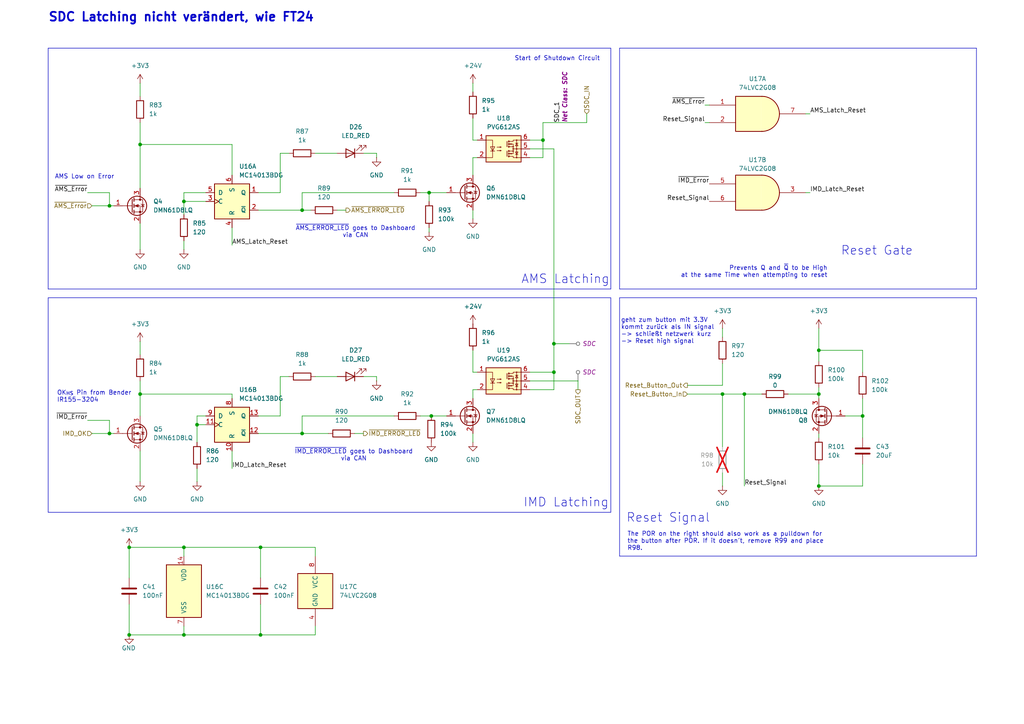
<source format=kicad_sch>
(kicad_sch
	(version 20231120)
	(generator "eeschema")
	(generator_version "8.0")
	(uuid "b214e2e2-9391-4853-8341-3bd7499a16cd")
	(paper "A4")
	(lib_symbols
		(symbol "4xxx:4013"
			(pin_names
				(offset 1.016)
			)
			(exclude_from_sim no)
			(in_bom yes)
			(on_board yes)
			(property "Reference" "U"
				(at -7.62 8.89 0)
				(effects
					(font
						(size 1.27 1.27)
					)
				)
			)
			(property "Value" "4013"
				(at -7.62 -8.89 0)
				(effects
					(font
						(size 1.27 1.27)
					)
				)
			)
			(property "Footprint" ""
				(at 0 0 0)
				(effects
					(font
						(size 1.27 1.27)
					)
					(hide yes)
				)
			)
			(property "Datasheet" "http://www.onsemi.com/pub/Collateral/MC14013B-D.PDF"
				(at 0 0 0)
				(effects
					(font
						(size 1.27 1.27)
					)
					(hide yes)
				)
			)
			(property "Description" "Dual D  FlipFlop, Set & reset"
				(at 0 0 0)
				(effects
					(font
						(size 1.27 1.27)
					)
					(hide yes)
				)
			)
			(property "ki_locked" ""
				(at 0 0 0)
				(effects
					(font
						(size 1.27 1.27)
					)
				)
			)
			(property "ki_keywords" "CMOS DFF"
				(at 0 0 0)
				(effects
					(font
						(size 1.27 1.27)
					)
					(hide yes)
				)
			)
			(property "ki_fp_filters" "DIP*W7.62mm* SOIC*3.9x9.9mm*P1.27mm* TSSOP*4.4x5mm*P0.65mm*"
				(at 0 0 0)
				(effects
					(font
						(size 1.27 1.27)
					)
					(hide yes)
				)
			)
			(symbol "4013_1_1"
				(rectangle
					(start -5.08 5.08)
					(end 5.08 -5.08)
					(stroke
						(width 0.254)
						(type default)
					)
					(fill
						(type background)
					)
				)
				(pin output line
					(at 7.62 2.54 180)
					(length 2.54)
					(name "Q"
						(effects
							(font
								(size 1.27 1.27)
							)
						)
					)
					(number "1"
						(effects
							(font
								(size 1.27 1.27)
							)
						)
					)
				)
				(pin output line
					(at 7.62 -2.54 180)
					(length 2.54)
					(name "~{Q}"
						(effects
							(font
								(size 1.27 1.27)
							)
						)
					)
					(number "2"
						(effects
							(font
								(size 1.27 1.27)
							)
						)
					)
				)
				(pin input clock
					(at -7.62 0 0)
					(length 2.54)
					(name "C"
						(effects
							(font
								(size 1.27 1.27)
							)
						)
					)
					(number "3"
						(effects
							(font
								(size 1.27 1.27)
							)
						)
					)
				)
				(pin input line
					(at 0 -7.62 90)
					(length 2.54)
					(name "R"
						(effects
							(font
								(size 1.27 1.27)
							)
						)
					)
					(number "4"
						(effects
							(font
								(size 1.27 1.27)
							)
						)
					)
				)
				(pin input line
					(at -7.62 2.54 0)
					(length 2.54)
					(name "D"
						(effects
							(font
								(size 1.27 1.27)
							)
						)
					)
					(number "5"
						(effects
							(font
								(size 1.27 1.27)
							)
						)
					)
				)
				(pin input line
					(at 0 7.62 270)
					(length 2.54)
					(name "S"
						(effects
							(font
								(size 1.27 1.27)
							)
						)
					)
					(number "6"
						(effects
							(font
								(size 1.27 1.27)
							)
						)
					)
				)
			)
			(symbol "4013_2_1"
				(rectangle
					(start -5.08 5.08)
					(end 5.08 -5.08)
					(stroke
						(width 0.254)
						(type default)
					)
					(fill
						(type background)
					)
				)
				(pin input line
					(at 0 -7.62 90)
					(length 2.54)
					(name "R"
						(effects
							(font
								(size 1.27 1.27)
							)
						)
					)
					(number "10"
						(effects
							(font
								(size 1.27 1.27)
							)
						)
					)
				)
				(pin input clock
					(at -7.62 0 0)
					(length 2.54)
					(name "C"
						(effects
							(font
								(size 1.27 1.27)
							)
						)
					)
					(number "11"
						(effects
							(font
								(size 1.27 1.27)
							)
						)
					)
				)
				(pin output line
					(at 7.62 -2.54 180)
					(length 2.54)
					(name "~{Q}"
						(effects
							(font
								(size 1.27 1.27)
							)
						)
					)
					(number "12"
						(effects
							(font
								(size 1.27 1.27)
							)
						)
					)
				)
				(pin output line
					(at 7.62 2.54 180)
					(length 2.54)
					(name "Q"
						(effects
							(font
								(size 1.27 1.27)
							)
						)
					)
					(number "13"
						(effects
							(font
								(size 1.27 1.27)
							)
						)
					)
				)
				(pin input line
					(at 0 7.62 270)
					(length 2.54)
					(name "S"
						(effects
							(font
								(size 1.27 1.27)
							)
						)
					)
					(number "8"
						(effects
							(font
								(size 1.27 1.27)
							)
						)
					)
				)
				(pin input line
					(at -7.62 2.54 0)
					(length 2.54)
					(name "D"
						(effects
							(font
								(size 1.27 1.27)
							)
						)
					)
					(number "9"
						(effects
							(font
								(size 1.27 1.27)
							)
						)
					)
				)
			)
			(symbol "4013_3_0"
				(pin power_in line
					(at 0 10.16 270)
					(length 2.54)
					(name "VDD"
						(effects
							(font
								(size 1.27 1.27)
							)
						)
					)
					(number "14"
						(effects
							(font
								(size 1.27 1.27)
							)
						)
					)
				)
				(pin power_in line
					(at 0 -10.16 90)
					(length 2.54)
					(name "VSS"
						(effects
							(font
								(size 1.27 1.27)
							)
						)
					)
					(number "7"
						(effects
							(font
								(size 1.27 1.27)
							)
						)
					)
				)
			)
			(symbol "4013_3_1"
				(rectangle
					(start -5.08 7.62)
					(end 5.08 -7.62)
					(stroke
						(width 0.254)
						(type default)
					)
					(fill
						(type background)
					)
				)
			)
		)
		(symbol "74xGxx:74LVC2G08"
			(exclude_from_sim no)
			(in_bom yes)
			(on_board yes)
			(property "Reference" "U"
				(at -10.16 7.62 0)
				(effects
					(font
						(size 1.27 1.27)
					)
				)
			)
			(property "Value" "74LVC2G08"
				(at -10.16 -7.62 0)
				(effects
					(font
						(size 1.27 1.27)
					)
				)
			)
			(property "Footprint" ""
				(at 0 0 0)
				(effects
					(font
						(size 1.27 1.27)
					)
					(hide yes)
				)
			)
			(property "Datasheet" "http://www.ti.com/lit/sg/scyt129e/scyt129e.pdf"
				(at 0 0 0)
				(effects
					(font
						(size 1.27 1.27)
					)
					(hide yes)
				)
			)
			(property "Description" "Dual AND Gate, Low-Voltage CMOS"
				(at 0 0 0)
				(effects
					(font
						(size 1.27 1.27)
					)
					(hide yes)
				)
			)
			(property "ki_keywords" "Dual Gate AND LVC CMOS"
				(at 0 0 0)
				(effects
					(font
						(size 1.27 1.27)
					)
					(hide yes)
				)
			)
			(property "ki_fp_filters" "SSOP* VSSOP*"
				(at 0 0 0)
				(effects
					(font
						(size 1.27 1.27)
					)
					(hide yes)
				)
			)
			(symbol "74LVC2G08_1_1"
				(arc
					(start 0 -5.08)
					(mid 5.0579 0)
					(end 0 5.08)
					(stroke
						(width 0.254)
						(type default)
					)
					(fill
						(type background)
					)
				)
				(polyline
					(pts
						(xy 0 -5.08) (xy -7.62 -5.08) (xy -7.62 5.08) (xy 0 5.08)
					)
					(stroke
						(width 0.254)
						(type default)
					)
					(fill
						(type background)
					)
				)
				(pin input line
					(at -15.24 2.54 0)
					(length 7.62)
					(name "~"
						(effects
							(font
								(size 1.27 1.27)
							)
						)
					)
					(number "1"
						(effects
							(font
								(size 1.27 1.27)
							)
						)
					)
				)
				(pin input line
					(at -15.24 -2.54 0)
					(length 7.62)
					(name "~"
						(effects
							(font
								(size 1.27 1.27)
							)
						)
					)
					(number "2"
						(effects
							(font
								(size 1.27 1.27)
							)
						)
					)
				)
				(pin output line
					(at 12.7 0 180)
					(length 7.62)
					(name "~"
						(effects
							(font
								(size 1.27 1.27)
							)
						)
					)
					(number "7"
						(effects
							(font
								(size 1.27 1.27)
							)
						)
					)
				)
			)
			(symbol "74LVC2G08_2_1"
				(arc
					(start 0 -5.08)
					(mid 5.0579 0)
					(end 0 5.08)
					(stroke
						(width 0.254)
						(type default)
					)
					(fill
						(type background)
					)
				)
				(polyline
					(pts
						(xy 0 -5.08) (xy -7.62 -5.08) (xy -7.62 5.08) (xy 0 5.08)
					)
					(stroke
						(width 0.254)
						(type default)
					)
					(fill
						(type background)
					)
				)
				(pin output line
					(at 12.7 0 180)
					(length 7.62)
					(name "~"
						(effects
							(font
								(size 1.27 1.27)
							)
						)
					)
					(number "3"
						(effects
							(font
								(size 1.27 1.27)
							)
						)
					)
				)
				(pin input line
					(at -15.24 2.54 0)
					(length 7.62)
					(name "~"
						(effects
							(font
								(size 1.27 1.27)
							)
						)
					)
					(number "5"
						(effects
							(font
								(size 1.27 1.27)
							)
						)
					)
				)
				(pin input line
					(at -15.24 -2.54 0)
					(length 7.62)
					(name "~"
						(effects
							(font
								(size 1.27 1.27)
							)
						)
					)
					(number "6"
						(effects
							(font
								(size 1.27 1.27)
							)
						)
					)
				)
			)
			(symbol "74LVC2G08_3_0"
				(rectangle
					(start -5.08 -5.08)
					(end 5.08 5.08)
					(stroke
						(width 0.254)
						(type default)
					)
					(fill
						(type background)
					)
				)
			)
			(symbol "74LVC2G08_3_1"
				(pin power_in line
					(at 0 -10.16 90)
					(length 5.08)
					(name "GND"
						(effects
							(font
								(size 1.27 1.27)
							)
						)
					)
					(number "4"
						(effects
							(font
								(size 1.27 1.27)
							)
						)
					)
				)
				(pin power_in line
					(at 0 10.16 270)
					(length 5.08)
					(name "VCC"
						(effects
							(font
								(size 1.27 1.27)
							)
						)
					)
					(number "8"
						(effects
							(font
								(size 1.27 1.27)
							)
						)
					)
				)
			)
		)
		(symbol "Device:C"
			(pin_numbers hide)
			(pin_names
				(offset 0.254)
			)
			(exclude_from_sim no)
			(in_bom yes)
			(on_board yes)
			(property "Reference" "C"
				(at 0.635 2.54 0)
				(effects
					(font
						(size 1.27 1.27)
					)
					(justify left)
				)
			)
			(property "Value" "C"
				(at 0.635 -2.54 0)
				(effects
					(font
						(size 1.27 1.27)
					)
					(justify left)
				)
			)
			(property "Footprint" ""
				(at 0.9652 -3.81 0)
				(effects
					(font
						(size 1.27 1.27)
					)
					(hide yes)
				)
			)
			(property "Datasheet" "~"
				(at 0 0 0)
				(effects
					(font
						(size 1.27 1.27)
					)
					(hide yes)
				)
			)
			(property "Description" "Unpolarized capacitor"
				(at 0 0 0)
				(effects
					(font
						(size 1.27 1.27)
					)
					(hide yes)
				)
			)
			(property "ki_keywords" "cap capacitor"
				(at 0 0 0)
				(effects
					(font
						(size 1.27 1.27)
					)
					(hide yes)
				)
			)
			(property "ki_fp_filters" "C_*"
				(at 0 0 0)
				(effects
					(font
						(size 1.27 1.27)
					)
					(hide yes)
				)
			)
			(symbol "C_0_1"
				(polyline
					(pts
						(xy -2.032 -0.762) (xy 2.032 -0.762)
					)
					(stroke
						(width 0.508)
						(type default)
					)
					(fill
						(type none)
					)
				)
				(polyline
					(pts
						(xy -2.032 0.762) (xy 2.032 0.762)
					)
					(stroke
						(width 0.508)
						(type default)
					)
					(fill
						(type none)
					)
				)
			)
			(symbol "C_1_1"
				(pin passive line
					(at 0 3.81 270)
					(length 2.794)
					(name "~"
						(effects
							(font
								(size 1.27 1.27)
							)
						)
					)
					(number "1"
						(effects
							(font
								(size 1.27 1.27)
							)
						)
					)
				)
				(pin passive line
					(at 0 -3.81 90)
					(length 2.794)
					(name "~"
						(effects
							(font
								(size 1.27 1.27)
							)
						)
					)
					(number "2"
						(effects
							(font
								(size 1.27 1.27)
							)
						)
					)
				)
			)
		)
		(symbol "Device:LED"
			(pin_numbers hide)
			(pin_names
				(offset 1.016) hide)
			(exclude_from_sim no)
			(in_bom yes)
			(on_board yes)
			(property "Reference" "D"
				(at 0 2.54 0)
				(effects
					(font
						(size 1.27 1.27)
					)
				)
			)
			(property "Value" "LED"
				(at 0 -2.54 0)
				(effects
					(font
						(size 1.27 1.27)
					)
				)
			)
			(property "Footprint" ""
				(at 0 0 0)
				(effects
					(font
						(size 1.27 1.27)
					)
					(hide yes)
				)
			)
			(property "Datasheet" "~"
				(at 0 0 0)
				(effects
					(font
						(size 1.27 1.27)
					)
					(hide yes)
				)
			)
			(property "Description" "Light emitting diode"
				(at 0 0 0)
				(effects
					(font
						(size 1.27 1.27)
					)
					(hide yes)
				)
			)
			(property "ki_keywords" "LED diode"
				(at 0 0 0)
				(effects
					(font
						(size 1.27 1.27)
					)
					(hide yes)
				)
			)
			(property "ki_fp_filters" "LED* LED_SMD:* LED_THT:*"
				(at 0 0 0)
				(effects
					(font
						(size 1.27 1.27)
					)
					(hide yes)
				)
			)
			(symbol "LED_0_1"
				(polyline
					(pts
						(xy -1.27 -1.27) (xy -1.27 1.27)
					)
					(stroke
						(width 0.254)
						(type default)
					)
					(fill
						(type none)
					)
				)
				(polyline
					(pts
						(xy -1.27 0) (xy 1.27 0)
					)
					(stroke
						(width 0)
						(type default)
					)
					(fill
						(type none)
					)
				)
				(polyline
					(pts
						(xy 1.27 -1.27) (xy 1.27 1.27) (xy -1.27 0) (xy 1.27 -1.27)
					)
					(stroke
						(width 0.254)
						(type default)
					)
					(fill
						(type none)
					)
				)
				(polyline
					(pts
						(xy -3.048 -0.762) (xy -4.572 -2.286) (xy -3.81 -2.286) (xy -4.572 -2.286) (xy -4.572 -1.524)
					)
					(stroke
						(width 0)
						(type default)
					)
					(fill
						(type none)
					)
				)
				(polyline
					(pts
						(xy -1.778 -0.762) (xy -3.302 -2.286) (xy -2.54 -2.286) (xy -3.302 -2.286) (xy -3.302 -1.524)
					)
					(stroke
						(width 0)
						(type default)
					)
					(fill
						(type none)
					)
				)
			)
			(symbol "LED_1_1"
				(pin passive line
					(at -3.81 0 0)
					(length 2.54)
					(name "K"
						(effects
							(font
								(size 1.27 1.27)
							)
						)
					)
					(number "1"
						(effects
							(font
								(size 1.27 1.27)
							)
						)
					)
				)
				(pin passive line
					(at 3.81 0 180)
					(length 2.54)
					(name "A"
						(effects
							(font
								(size 1.27 1.27)
							)
						)
					)
					(number "2"
						(effects
							(font
								(size 1.27 1.27)
							)
						)
					)
				)
			)
		)
		(symbol "Device:R"
			(pin_numbers hide)
			(pin_names
				(offset 0)
			)
			(exclude_from_sim no)
			(in_bom yes)
			(on_board yes)
			(property "Reference" "R"
				(at 2.032 0 90)
				(effects
					(font
						(size 1.27 1.27)
					)
				)
			)
			(property "Value" "R"
				(at 0 0 90)
				(effects
					(font
						(size 1.27 1.27)
					)
				)
			)
			(property "Footprint" ""
				(at -1.778 0 90)
				(effects
					(font
						(size 1.27 1.27)
					)
					(hide yes)
				)
			)
			(property "Datasheet" "~"
				(at 0 0 0)
				(effects
					(font
						(size 1.27 1.27)
					)
					(hide yes)
				)
			)
			(property "Description" "Resistor"
				(at 0 0 0)
				(effects
					(font
						(size 1.27 1.27)
					)
					(hide yes)
				)
			)
			(property "ki_keywords" "R res resistor"
				(at 0 0 0)
				(effects
					(font
						(size 1.27 1.27)
					)
					(hide yes)
				)
			)
			(property "ki_fp_filters" "R_*"
				(at 0 0 0)
				(effects
					(font
						(size 1.27 1.27)
					)
					(hide yes)
				)
			)
			(symbol "R_0_1"
				(rectangle
					(start -1.016 -2.54)
					(end 1.016 2.54)
					(stroke
						(width 0.254)
						(type default)
					)
					(fill
						(type none)
					)
				)
			)
			(symbol "R_1_1"
				(pin passive line
					(at 0 3.81 270)
					(length 1.27)
					(name "~"
						(effects
							(font
								(size 1.27 1.27)
							)
						)
					)
					(number "1"
						(effects
							(font
								(size 1.27 1.27)
							)
						)
					)
				)
				(pin passive line
					(at 0 -3.81 90)
					(length 1.27)
					(name "~"
						(effects
							(font
								(size 1.27 1.27)
							)
						)
					)
					(number "2"
						(effects
							(font
								(size 1.27 1.27)
							)
						)
					)
				)
			)
		)
		(symbol "FaSTTUBe_Power-Switches:PVG612AS"
			(exclude_from_sim no)
			(in_bom yes)
			(on_board yes)
			(property "Reference" "U"
				(at -3.81 5.08 0)
				(effects
					(font
						(size 1.27 1.27)
					)
				)
			)
			(property "Value" "PVG612AS"
				(at 0 -5.08 0)
				(effects
					(font
						(size 1.27 1.27)
					)
				)
			)
			(property "Footprint" "Package_DIP:SMDIP-6_W9.53mm"
				(at 0 -7.62 0)
				(effects
					(font
						(size 1.27 1.27)
					)
					(hide yes)
				)
			)
			(property "Datasheet" "https://www.infineon.com/dgdl/Infineon-PVG612A-DataSheet-v01_00-EN.pdf?fileId=5546d462533600a401535683ca14293a"
				(at 0 -10.16 0)
				(effects
					(font
						(size 1.27 1.27)
					)
					(hide yes)
				)
			)
			(property "Description" "Photo MOSFET optically coupled, 60VDC, 4A, 35mohm, Isolation 4000 VRMS, SMDIP-6"
				(at 0 0 0)
				(effects
					(font
						(size 1.27 1.27)
					)
					(hide yes)
				)
			)
			(property "ki_keywords" "photocouplers photorelay solidstate relay normally opened"
				(at 0 0 0)
				(effects
					(font
						(size 1.27 1.27)
					)
					(hide yes)
				)
			)
			(property "ki_fp_filters" "DIP*W7.62mm*"
				(at 0 0 0)
				(effects
					(font
						(size 1.27 1.27)
					)
					(hide yes)
				)
			)
			(symbol "PVG612AS_0_1"
				(rectangle
					(start -5.08 3.81)
					(end 5.08 -3.81)
					(stroke
						(width 0.254)
						(type default)
					)
					(fill
						(type background)
					)
				)
				(polyline
					(pts
						(xy -3.81 -0.635) (xy -2.54 -0.635)
					)
					(stroke
						(width 0)
						(type default)
					)
					(fill
						(type none)
					)
				)
				(polyline
					(pts
						(xy 1.016 -0.635) (xy 1.016 -2.159)
					)
					(stroke
						(width 0.2032)
						(type default)
					)
					(fill
						(type none)
					)
				)
				(polyline
					(pts
						(xy 1.016 2.159) (xy 1.016 0.635)
					)
					(stroke
						(width 0.2032)
						(type default)
					)
					(fill
						(type none)
					)
				)
				(polyline
					(pts
						(xy 1.524 -0.508) (xy 1.524 -0.762)
					)
					(stroke
						(width 0.3556)
						(type default)
					)
					(fill
						(type none)
					)
				)
				(polyline
					(pts
						(xy 2.794 0) (xy 5.08 0)
					)
					(stroke
						(width 0)
						(type default)
					)
					(fill
						(type none)
					)
				)
				(polyline
					(pts
						(xy 3.429 -1.651) (xy 4.191 -1.651)
					)
					(stroke
						(width 0)
						(type default)
					)
					(fill
						(type none)
					)
				)
				(polyline
					(pts
						(xy 3.429 1.651) (xy 4.191 1.651)
					)
					(stroke
						(width 0)
						(type default)
					)
					(fill
						(type none)
					)
				)
				(polyline
					(pts
						(xy 3.81 -2.54) (xy 3.81 2.54)
					)
					(stroke
						(width 0)
						(type default)
					)
					(fill
						(type none)
					)
				)
				(polyline
					(pts
						(xy 1.524 -2.032) (xy 1.524 -2.286) (xy 1.524 -2.286)
					)
					(stroke
						(width 0.3556)
						(type default)
					)
					(fill
						(type none)
					)
				)
				(polyline
					(pts
						(xy 1.524 -1.27) (xy 1.524 -1.524) (xy 1.524 -1.524)
					)
					(stroke
						(width 0.3556)
						(type default)
					)
					(fill
						(type none)
					)
				)
				(polyline
					(pts
						(xy 1.524 0.762) (xy 1.524 0.508) (xy 1.524 0.508)
					)
					(stroke
						(width 0.3556)
						(type default)
					)
					(fill
						(type none)
					)
				)
				(polyline
					(pts
						(xy 1.524 1.524) (xy 1.524 1.27) (xy 1.524 1.27)
					)
					(stroke
						(width 0.3556)
						(type default)
					)
					(fill
						(type none)
					)
				)
				(polyline
					(pts
						(xy 1.524 2.286) (xy 1.524 2.032) (xy 1.524 2.032)
					)
					(stroke
						(width 0.3556)
						(type default)
					)
					(fill
						(type none)
					)
				)
				(polyline
					(pts
						(xy 1.651 -1.397) (xy 2.794 -1.397) (xy 2.794 -0.635)
					)
					(stroke
						(width 0)
						(type default)
					)
					(fill
						(type none)
					)
				)
				(polyline
					(pts
						(xy 1.651 1.397) (xy 2.794 1.397) (xy 2.794 0.635)
					)
					(stroke
						(width 0)
						(type default)
					)
					(fill
						(type none)
					)
				)
				(polyline
					(pts
						(xy -5.08 2.54) (xy -3.175 2.54) (xy -3.175 -2.54) (xy -5.08 -2.54)
					)
					(stroke
						(width 0)
						(type default)
					)
					(fill
						(type none)
					)
				)
				(polyline
					(pts
						(xy -3.175 -0.635) (xy -3.81 0.635) (xy -2.54 0.635) (xy -3.175 -0.635)
					)
					(stroke
						(width 0)
						(type default)
					)
					(fill
						(type none)
					)
				)
				(polyline
					(pts
						(xy 1.651 -2.159) (xy 2.794 -2.159) (xy 2.794 -2.54) (xy 5.08 -2.54)
					)
					(stroke
						(width 0)
						(type default)
					)
					(fill
						(type none)
					)
				)
				(polyline
					(pts
						(xy 1.651 -0.635) (xy 2.794 -0.635) (xy 2.794 0.635) (xy 1.651 0.635)
					)
					(stroke
						(width 0)
						(type default)
					)
					(fill
						(type none)
					)
				)
				(polyline
					(pts
						(xy 1.651 2.159) (xy 2.794 2.159) (xy 2.794 2.54) (xy 5.08 2.54)
					)
					(stroke
						(width 0)
						(type default)
					)
					(fill
						(type none)
					)
				)
				(polyline
					(pts
						(xy 1.778 -1.397) (xy 2.286 -1.27) (xy 2.286 -1.524) (xy 1.778 -1.397)
					)
					(stroke
						(width 0)
						(type default)
					)
					(fill
						(type none)
					)
				)
				(polyline
					(pts
						(xy 1.778 1.397) (xy 2.286 1.524) (xy 2.286 1.27) (xy 1.778 1.397)
					)
					(stroke
						(width 0)
						(type default)
					)
					(fill
						(type none)
					)
				)
				(polyline
					(pts
						(xy 3.81 -1.651) (xy 3.429 -0.889) (xy 4.191 -0.889) (xy 3.81 -1.651)
					)
					(stroke
						(width 0)
						(type default)
					)
					(fill
						(type none)
					)
				)
				(polyline
					(pts
						(xy 3.81 1.651) (xy 3.429 0.889) (xy 4.191 0.889) (xy 3.81 1.651)
					)
					(stroke
						(width 0)
						(type default)
					)
					(fill
						(type none)
					)
				)
				(polyline
					(pts
						(xy -1.905 -0.508) (xy -0.635 -0.508) (xy -1.016 -0.635) (xy -1.016 -0.381) (xy -0.635 -0.508)
					)
					(stroke
						(width 0)
						(type default)
					)
					(fill
						(type none)
					)
				)
				(polyline
					(pts
						(xy -1.905 0.508) (xy -0.635 0.508) (xy -1.016 0.381) (xy -1.016 0.635) (xy -0.635 0.508)
					)
					(stroke
						(width 0)
						(type default)
					)
					(fill
						(type none)
					)
				)
				(circle
					(center 2.794 -0.635)
					(radius 0.127)
					(stroke
						(width 0)
						(type default)
					)
					(fill
						(type none)
					)
				)
				(circle
					(center 2.794 0)
					(radius 0.127)
					(stroke
						(width 0)
						(type default)
					)
					(fill
						(type none)
					)
				)
				(circle
					(center 2.794 0.635)
					(radius 0.127)
					(stroke
						(width 0)
						(type default)
					)
					(fill
						(type none)
					)
				)
				(circle
					(center 3.81 -2.54)
					(radius 0.127)
					(stroke
						(width 0)
						(type default)
					)
					(fill
						(type none)
					)
				)
				(circle
					(center 3.81 0)
					(radius 0.127)
					(stroke
						(width 0)
						(type default)
					)
					(fill
						(type none)
					)
				)
				(circle
					(center 3.81 2.54)
					(radius 0.127)
					(stroke
						(width 0)
						(type default)
					)
					(fill
						(type none)
					)
				)
			)
			(symbol "PVG612AS_1_1"
				(pin passive line
					(at -7.62 2.54 0)
					(length 2.54)
					(name "~"
						(effects
							(font
								(size 1.27 1.27)
							)
						)
					)
					(number "1"
						(effects
							(font
								(size 1.27 1.27)
							)
						)
					)
				)
				(pin passive line
					(at -7.62 -2.54 0)
					(length 2.54)
					(name "~"
						(effects
							(font
								(size 1.27 1.27)
							)
						)
					)
					(number "2"
						(effects
							(font
								(size 1.27 1.27)
							)
						)
					)
				)
				(pin no_connect line
					(at -5.08 0 0)
					(length 2.54) hide
					(name "~"
						(effects
							(font
								(size 1.27 1.27)
							)
						)
					)
					(number "3"
						(effects
							(font
								(size 1.27 1.27)
							)
						)
					)
				)
				(pin passive line
					(at 7.62 -2.54 180)
					(length 2.54)
					(name "~"
						(effects
							(font
								(size 1.27 1.27)
							)
						)
					)
					(number "4"
						(effects
							(font
								(size 1.27 1.27)
							)
						)
					)
				)
				(pin passive line
					(at 7.62 0 180)
					(length 2.54)
					(name "~"
						(effects
							(font
								(size 1.27 1.27)
							)
						)
					)
					(number "5"
						(effects
							(font
								(size 1.27 1.27)
							)
						)
					)
				)
				(pin passive line
					(at 7.62 2.54 180)
					(length 2.54)
					(name "~"
						(effects
							(font
								(size 1.27 1.27)
							)
						)
					)
					(number "6"
						(effects
							(font
								(size 1.27 1.27)
							)
						)
					)
				)
			)
		)
		(symbol "Transistor_FET:DMN61D8LQ"
			(pin_names hide)
			(exclude_from_sim no)
			(in_bom yes)
			(on_board yes)
			(property "Reference" "Q"
				(at 5.08 1.905 0)
				(effects
					(font
						(size 1.27 1.27)
					)
					(justify left)
				)
			)
			(property "Value" "DMN61D8LQ"
				(at 5.08 0 0)
				(effects
					(font
						(size 1.27 1.27)
					)
					(justify left)
				)
			)
			(property "Footprint" "Package_TO_SOT_SMD:SOT-23"
				(at 5.08 -1.905 0)
				(effects
					(font
						(size 1.27 1.27)
						(italic yes)
					)
					(justify left)
					(hide yes)
				)
			)
			(property "Datasheet" "https://www.diodes.com/assets/Datasheets/DMN61D8LQ.pdf"
				(at 5.08 -3.81 0)
				(effects
					(font
						(size 1.27 1.27)
					)
					(justify left)
					(hide yes)
				)
			)
			(property "Description" "60V Vds, 0.470A Id, N-Channel MOSFET for switching inductive loads , SOT-23"
				(at 0 0 0)
				(effects
					(font
						(size 1.27 1.27)
					)
					(hide yes)
				)
			)
			(property "ki_keywords" "N-Channel MOSFET relay logic-level"
				(at 0 0 0)
				(effects
					(font
						(size 1.27 1.27)
					)
					(hide yes)
				)
			)
			(property "ki_fp_filters" "SOT?23*"
				(at 0 0 0)
				(effects
					(font
						(size 1.27 1.27)
					)
					(hide yes)
				)
			)
			(symbol "DMN61D8LQ_0_1"
				(polyline
					(pts
						(xy 0.254 0) (xy -2.54 0)
					)
					(stroke
						(width 0)
						(type default)
					)
					(fill
						(type none)
					)
				)
				(polyline
					(pts
						(xy 0.254 1.905) (xy 0.254 -1.905)
					)
					(stroke
						(width 0.254)
						(type default)
					)
					(fill
						(type none)
					)
				)
				(polyline
					(pts
						(xy 0.762 -1.27) (xy 0.762 -2.286)
					)
					(stroke
						(width 0.254)
						(type default)
					)
					(fill
						(type none)
					)
				)
				(polyline
					(pts
						(xy 0.762 0.508) (xy 0.762 -0.508)
					)
					(stroke
						(width 0.254)
						(type default)
					)
					(fill
						(type none)
					)
				)
				(polyline
					(pts
						(xy 0.762 2.286) (xy 0.762 1.27)
					)
					(stroke
						(width 0.254)
						(type default)
					)
					(fill
						(type none)
					)
				)
				(polyline
					(pts
						(xy 2.54 2.54) (xy 2.54 1.778)
					)
					(stroke
						(width 0)
						(type default)
					)
					(fill
						(type none)
					)
				)
				(polyline
					(pts
						(xy 2.54 -2.54) (xy 2.54 0) (xy 0.762 0)
					)
					(stroke
						(width 0)
						(type default)
					)
					(fill
						(type none)
					)
				)
				(polyline
					(pts
						(xy 0.762 -1.778) (xy 3.302 -1.778) (xy 3.302 1.778) (xy 0.762 1.778)
					)
					(stroke
						(width 0)
						(type default)
					)
					(fill
						(type none)
					)
				)
				(polyline
					(pts
						(xy 1.016 0) (xy 2.032 0.381) (xy 2.032 -0.381) (xy 1.016 0)
					)
					(stroke
						(width 0)
						(type default)
					)
					(fill
						(type outline)
					)
				)
				(polyline
					(pts
						(xy 2.794 0.508) (xy 2.921 0.381) (xy 3.683 0.381) (xy 3.81 0.254)
					)
					(stroke
						(width 0)
						(type default)
					)
					(fill
						(type none)
					)
				)
				(polyline
					(pts
						(xy 3.302 0.381) (xy 2.921 -0.254) (xy 3.683 -0.254) (xy 3.302 0.381)
					)
					(stroke
						(width 0)
						(type default)
					)
					(fill
						(type none)
					)
				)
				(circle
					(center 1.651 0)
					(radius 2.794)
					(stroke
						(width 0.254)
						(type default)
					)
					(fill
						(type none)
					)
				)
				(circle
					(center 2.54 -1.778)
					(radius 0.254)
					(stroke
						(width 0)
						(type default)
					)
					(fill
						(type outline)
					)
				)
				(circle
					(center 2.54 1.778)
					(radius 0.254)
					(stroke
						(width 0)
						(type default)
					)
					(fill
						(type outline)
					)
				)
			)
			(symbol "DMN61D8LQ_1_1"
				(pin input line
					(at -5.08 0 0)
					(length 2.54)
					(name "G"
						(effects
							(font
								(size 1.27 1.27)
							)
						)
					)
					(number "1"
						(effects
							(font
								(size 1.27 1.27)
							)
						)
					)
				)
				(pin passive line
					(at 2.54 -5.08 90)
					(length 2.54)
					(name "S"
						(effects
							(font
								(size 1.27 1.27)
							)
						)
					)
					(number "2"
						(effects
							(font
								(size 1.27 1.27)
							)
						)
					)
				)
				(pin passive line
					(at 2.54 5.08 270)
					(length 2.54)
					(name "D"
						(effects
							(font
								(size 1.27 1.27)
							)
						)
					)
					(number "3"
						(effects
							(font
								(size 1.27 1.27)
							)
						)
					)
				)
			)
		)
		(symbol "power:+24V"
			(power)
			(pin_numbers hide)
			(pin_names
				(offset 0) hide)
			(exclude_from_sim no)
			(in_bom yes)
			(on_board yes)
			(property "Reference" "#PWR"
				(at 0 -3.81 0)
				(effects
					(font
						(size 1.27 1.27)
					)
					(hide yes)
				)
			)
			(property "Value" "+24V"
				(at 0 3.556 0)
				(effects
					(font
						(size 1.27 1.27)
					)
				)
			)
			(property "Footprint" ""
				(at 0 0 0)
				(effects
					(font
						(size 1.27 1.27)
					)
					(hide yes)
				)
			)
			(property "Datasheet" ""
				(at 0 0 0)
				(effects
					(font
						(size 1.27 1.27)
					)
					(hide yes)
				)
			)
			(property "Description" "Power symbol creates a global label with name \"+24V\""
				(at 0 0 0)
				(effects
					(font
						(size 1.27 1.27)
					)
					(hide yes)
				)
			)
			(property "ki_keywords" "global power"
				(at 0 0 0)
				(effects
					(font
						(size 1.27 1.27)
					)
					(hide yes)
				)
			)
			(symbol "+24V_0_1"
				(polyline
					(pts
						(xy -0.762 1.27) (xy 0 2.54)
					)
					(stroke
						(width 0)
						(type default)
					)
					(fill
						(type none)
					)
				)
				(polyline
					(pts
						(xy 0 0) (xy 0 2.54)
					)
					(stroke
						(width 0)
						(type default)
					)
					(fill
						(type none)
					)
				)
				(polyline
					(pts
						(xy 0 2.54) (xy 0.762 1.27)
					)
					(stroke
						(width 0)
						(type default)
					)
					(fill
						(type none)
					)
				)
			)
			(symbol "+24V_1_1"
				(pin power_in line
					(at 0 0 90)
					(length 0)
					(name "~"
						(effects
							(font
								(size 1.27 1.27)
							)
						)
					)
					(number "1"
						(effects
							(font
								(size 1.27 1.27)
							)
						)
					)
				)
			)
		)
		(symbol "power:+3V3"
			(power)
			(pin_numbers hide)
			(pin_names
				(offset 0) hide)
			(exclude_from_sim no)
			(in_bom yes)
			(on_board yes)
			(property "Reference" "#PWR"
				(at 0 -3.81 0)
				(effects
					(font
						(size 1.27 1.27)
					)
					(hide yes)
				)
			)
			(property "Value" "+3V3"
				(at 0 3.556 0)
				(effects
					(font
						(size 1.27 1.27)
					)
				)
			)
			(property "Footprint" ""
				(at 0 0 0)
				(effects
					(font
						(size 1.27 1.27)
					)
					(hide yes)
				)
			)
			(property "Datasheet" ""
				(at 0 0 0)
				(effects
					(font
						(size 1.27 1.27)
					)
					(hide yes)
				)
			)
			(property "Description" "Power symbol creates a global label with name \"+3V3\""
				(at 0 0 0)
				(effects
					(font
						(size 1.27 1.27)
					)
					(hide yes)
				)
			)
			(property "ki_keywords" "global power"
				(at 0 0 0)
				(effects
					(font
						(size 1.27 1.27)
					)
					(hide yes)
				)
			)
			(symbol "+3V3_0_1"
				(polyline
					(pts
						(xy -0.762 1.27) (xy 0 2.54)
					)
					(stroke
						(width 0)
						(type default)
					)
					(fill
						(type none)
					)
				)
				(polyline
					(pts
						(xy 0 0) (xy 0 2.54)
					)
					(stroke
						(width 0)
						(type default)
					)
					(fill
						(type none)
					)
				)
				(polyline
					(pts
						(xy 0 2.54) (xy 0.762 1.27)
					)
					(stroke
						(width 0)
						(type default)
					)
					(fill
						(type none)
					)
				)
			)
			(symbol "+3V3_1_1"
				(pin power_in line
					(at 0 0 90)
					(length 0)
					(name "~"
						(effects
							(font
								(size 1.27 1.27)
							)
						)
					)
					(number "1"
						(effects
							(font
								(size 1.27 1.27)
							)
						)
					)
				)
			)
		)
		(symbol "power:GND"
			(power)
			(pin_numbers hide)
			(pin_names
				(offset 0) hide)
			(exclude_from_sim no)
			(in_bom yes)
			(on_board yes)
			(property "Reference" "#PWR"
				(at 0 -6.35 0)
				(effects
					(font
						(size 1.27 1.27)
					)
					(hide yes)
				)
			)
			(property "Value" "GND"
				(at 0 -3.81 0)
				(effects
					(font
						(size 1.27 1.27)
					)
				)
			)
			(property "Footprint" ""
				(at 0 0 0)
				(effects
					(font
						(size 1.27 1.27)
					)
					(hide yes)
				)
			)
			(property "Datasheet" ""
				(at 0 0 0)
				(effects
					(font
						(size 1.27 1.27)
					)
					(hide yes)
				)
			)
			(property "Description" "Power symbol creates a global label with name \"GND\" , ground"
				(at 0 0 0)
				(effects
					(font
						(size 1.27 1.27)
					)
					(hide yes)
				)
			)
			(property "ki_keywords" "global power"
				(at 0 0 0)
				(effects
					(font
						(size 1.27 1.27)
					)
					(hide yes)
				)
			)
			(symbol "GND_0_1"
				(polyline
					(pts
						(xy 0 0) (xy 0 -1.27) (xy 1.27 -1.27) (xy 0 -2.54) (xy -1.27 -1.27) (xy 0 -1.27)
					)
					(stroke
						(width 0)
						(type default)
					)
					(fill
						(type none)
					)
				)
			)
			(symbol "GND_1_1"
				(pin power_in line
					(at 0 0 270)
					(length 0)
					(name "~"
						(effects
							(font
								(size 1.27 1.27)
							)
						)
					)
					(number "1"
						(effects
							(font
								(size 1.27 1.27)
							)
						)
					)
				)
			)
		)
	)
	(junction
		(at 215.9 114.3)
		(diameter 0)
		(color 0 0 0 0)
		(uuid "05128300-362b-4836-bbd8-f92be31140af")
	)
	(junction
		(at 57.15 123.19)
		(diameter 0)
		(color 0 0 0 0)
		(uuid "07f3fb8c-e9f5-451b-93d8-1a2641fc6cd2")
	)
	(junction
		(at 40.64 114.3)
		(diameter 0)
		(color 0 0 0 0)
		(uuid "1e000d62-f392-4175-9249-3beea7c90df0")
	)
	(junction
		(at 75.565 184.15)
		(diameter 0)
		(color 0 0 0 0)
		(uuid "2a28896e-4ca8-4221-9edd-306a8c848c4d")
	)
	(junction
		(at 157.48 40.64)
		(diameter 0)
		(color 0 0 0 0)
		(uuid "313c50a2-be71-44c1-a499-928ac8a8dca6")
	)
	(junction
		(at 237.49 140.97)
		(diameter 0)
		(color 0 0 0 0)
		(uuid "33840d2f-c0dc-407c-b760-61b2617d87e8")
	)
	(junction
		(at 53.34 184.15)
		(diameter 0)
		(color 0 0 0 0)
		(uuid "37e4c318-b04e-4abb-be69-d006f5667237")
	)
	(junction
		(at 160.655 107.95)
		(diameter 0)
		(color 0 0 0 0)
		(uuid "43bfeba6-62ff-43ae-b06a-a74eff43c43d")
	)
	(junction
		(at 31.75 59.69)
		(diameter 0)
		(color 0 0 0 0)
		(uuid "52d8530d-87d0-4a8c-8907-062d95072397")
	)
	(junction
		(at 237.49 114.3)
		(diameter 0)
		(color 0 0 0 0)
		(uuid "53a9b6d6-1b55-4235-9539-8c20e6bb07fc")
	)
	(junction
		(at 53.34 58.42)
		(diameter 0)
		(color 0 0 0 0)
		(uuid "54cd8220-f9d3-428d-846e-c05e8fc3359c")
	)
	(junction
		(at 31.75 125.73)
		(diameter 0)
		(color 0 0 0 0)
		(uuid "57cd1eef-abac-4dc1-bdee-0069eb236618")
	)
	(junction
		(at 125.095 120.65)
		(diameter 0)
		(color 0 0 0 0)
		(uuid "5f31c02e-a476-4e7e-be4c-a04165d16a11")
	)
	(junction
		(at 37.465 184.15)
		(diameter 0)
		(color 0 0 0 0)
		(uuid "6aa95e5b-325d-4e71-9c1f-f670a161b6ff")
	)
	(junction
		(at 160.655 99.695)
		(diameter 0)
		(color 0 0 0 0)
		(uuid "6ad600e7-f947-4ac4-8251-d9b351e6afee")
	)
	(junction
		(at 87.63 125.73)
		(diameter 0)
		(color 0 0 0 0)
		(uuid "814a1337-5ca5-4d96-8fff-83e21df17a14")
	)
	(junction
		(at 209.55 114.3)
		(diameter 0)
		(color 0 0 0 0)
		(uuid "84af6c2e-6c84-404c-b8ad-a32d72784532")
	)
	(junction
		(at 40.64 41.91)
		(diameter 0)
		(color 0 0 0 0)
		(uuid "9ad5f7ee-9d0a-4363-803a-3261033b812f")
	)
	(junction
		(at 37.465 158.75)
		(diameter 0)
		(color 0 0 0 0)
		(uuid "9d3eaf52-baa7-4e17-9771-8cdff01038d1")
	)
	(junction
		(at 75.565 158.75)
		(diameter 0)
		(color 0 0 0 0)
		(uuid "b1308c62-e694-4351-b3fa-aa961385693e")
	)
	(junction
		(at 124.46 55.88)
		(diameter 0)
		(color 0 0 0 0)
		(uuid "bdea97d0-ffe7-44ba-94ee-19b532330f1f")
	)
	(junction
		(at 250.19 120.65)
		(diameter 0)
		(color 0 0 0 0)
		(uuid "c78e4426-189c-4a94-8bf7-b2af10c411b6")
	)
	(junction
		(at 53.34 158.75)
		(diameter 0)
		(color 0 0 0 0)
		(uuid "c942ba24-d92d-4b8b-a8a8-9213d6cba2d2")
	)
	(junction
		(at 87.63 60.96)
		(diameter 0)
		(color 0 0 0 0)
		(uuid "d9c9d5c9-32bd-4c9b-b864-5a060cc218b9")
	)
	(junction
		(at 237.49 101.6)
		(diameter 0)
		(color 0 0 0 0)
		(uuid "fcb23242-7edf-4f78-a7c2-7ec715767140")
	)
	(wire
		(pts
			(xy 25.4 55.88) (xy 31.75 55.88)
		)
		(stroke
			(width 0)
			(type default)
		)
		(uuid "03561da7-3fd1-473c-8cff-fddfcff8a7cc")
	)
	(wire
		(pts
			(xy 250.19 120.65) (xy 245.11 120.65)
		)
		(stroke
			(width 0)
			(type default)
		)
		(uuid "04426181-88f4-4236-b615-1d55fefe6619")
	)
	(wire
		(pts
			(xy 125.095 120.65) (xy 129.54 120.65)
		)
		(stroke
			(width 0)
			(type default)
		)
		(uuid "04eaace5-c1b4-48f0-9ab2-7f277521c146")
	)
	(wire
		(pts
			(xy 40.64 24.13) (xy 40.64 27.94)
		)
		(stroke
			(width 0)
			(type default)
		)
		(uuid "06d26c3a-1990-4de0-b125-c244541850d6")
	)
	(wire
		(pts
			(xy 170.18 33.02) (xy 170.18 35.56)
		)
		(stroke
			(width 0)
			(type default)
		)
		(uuid "06fc2650-dc7f-472b-bfd3-96ac572b7db8")
	)
	(wire
		(pts
			(xy 75.565 184.15) (xy 91.44 184.15)
		)
		(stroke
			(width 0)
			(type default)
		)
		(uuid "0b7443ed-2299-4d9e-bbb6-74eef6b5c744")
	)
	(wire
		(pts
			(xy 157.48 40.64) (xy 157.48 45.72)
		)
		(stroke
			(width 0)
			(type default)
		)
		(uuid "0f4e46ed-03f2-418e-91e1-4bfbb51fed90")
	)
	(polyline
		(pts
			(xy 283.21 161.29) (xy 283.21 86.36)
		)
		(stroke
			(width 0)
			(type default)
		)
		(uuid "1019316a-58ca-43d6-87b1-464a38315a35")
	)
	(polyline
		(pts
			(xy 179.705 161.29) (xy 283.21 161.29)
		)
		(stroke
			(width 0)
			(type default)
		)
		(uuid "14961bb8-fd10-4309-b1b1-40748c606376")
	)
	(wire
		(pts
			(xy 105.41 44.45) (xy 109.22 44.45)
		)
		(stroke
			(width 0)
			(type default)
		)
		(uuid "14ebd5c6-2eb2-47a4-8ba2-73c2ca208804")
	)
	(polyline
		(pts
			(xy 177.165 86.36) (xy 177.165 148.59)
		)
		(stroke
			(width 0)
			(type default)
		)
		(uuid "17606c16-9f89-4a71-9ba0-c590d61059e8")
	)
	(polyline
		(pts
			(xy 13.97 83.82) (xy 13.97 13.97)
		)
		(stroke
			(width 0)
			(type default)
		)
		(uuid "179dab44-6862-4b5e-8041-963ce35d1d4c")
	)
	(wire
		(pts
			(xy 250.19 120.65) (xy 250.19 127)
		)
		(stroke
			(width 0)
			(type default)
		)
		(uuid "1c257a35-0276-4228-9a0a-0c625721c51c")
	)
	(wire
		(pts
			(xy 137.16 115.57) (xy 137.16 113.03)
		)
		(stroke
			(width 0)
			(type default)
		)
		(uuid "1c7113d1-8a6b-4fa4-a076-69c4f4591d10")
	)
	(wire
		(pts
			(xy 204.47 30.48) (xy 205.74 30.48)
		)
		(stroke
			(width 0)
			(type default)
		)
		(uuid "1e66aca1-d07d-43e3-acd9-b4cecd1a5c5f")
	)
	(wire
		(pts
			(xy 75.565 158.75) (xy 91.44 158.75)
		)
		(stroke
			(width 0)
			(type default)
		)
		(uuid "1f4bfc7e-f8f8-4773-8c02-c56e0a56615c")
	)
	(wire
		(pts
			(xy 160.655 99.695) (xy 165.1 99.695)
		)
		(stroke
			(width 0)
			(type default)
		)
		(uuid "1f7bdf35-63ad-4fc8-9137-742fd2449274")
	)
	(wire
		(pts
			(xy 237.49 112.395) (xy 237.49 114.3)
		)
		(stroke
			(width 0)
			(type default)
		)
		(uuid "20a8d1c7-61df-4412-b459-b9bc92e97346")
	)
	(wire
		(pts
			(xy 233.68 33.02) (xy 234.95 33.02)
		)
		(stroke
			(width 0)
			(type default)
		)
		(uuid "239ec637-ef1a-480b-ac75-d60f5f3e4eff")
	)
	(wire
		(pts
			(xy 114.3 55.88) (xy 87.63 55.88)
		)
		(stroke
			(width 0)
			(type default)
		)
		(uuid "24facaa7-99dd-49f4-8aa8-a4028a2755a5")
	)
	(wire
		(pts
			(xy 160.655 107.95) (xy 160.655 113.03)
		)
		(stroke
			(width 0)
			(type default)
		)
		(uuid "25a57a9c-84f3-4f65-820f-8150b3c71caf")
	)
	(wire
		(pts
			(xy 87.63 120.65) (xy 87.63 125.73)
		)
		(stroke
			(width 0)
			(type default)
		)
		(uuid "2713ae0a-ba7b-4a4c-8c5a-cdd9db9b03a0")
	)
	(wire
		(pts
			(xy 40.64 64.77) (xy 40.64 72.39)
		)
		(stroke
			(width 0)
			(type default)
		)
		(uuid "2a776f3c-e075-4a86-bb6d-89adbf29e15c")
	)
	(wire
		(pts
			(xy 67.31 41.91) (xy 67.31 50.8)
		)
		(stroke
			(width 0)
			(type default)
		)
		(uuid "2cbf13c7-cc26-435e-91f2-4e33cf040723")
	)
	(polyline
		(pts
			(xy 179.705 83.82) (xy 283.21 83.82)
		)
		(stroke
			(width 0)
			(type default)
		)
		(uuid "2e482c10-debd-44af-90a0-878091aadb5c")
	)
	(wire
		(pts
			(xy 40.64 110.49) (xy 40.64 114.3)
		)
		(stroke
			(width 0)
			(type default)
		)
		(uuid "31db7687-27e7-4cab-9abc-0710aee5bfa3")
	)
	(wire
		(pts
			(xy 40.64 99.06) (xy 40.64 102.87)
		)
		(stroke
			(width 0)
			(type default)
		)
		(uuid "36534339-eef1-419f-ac42-264da3e04843")
	)
	(wire
		(pts
			(xy 215.9 114.3) (xy 220.98 114.3)
		)
		(stroke
			(width 0)
			(type default)
		)
		(uuid "39270ccc-cd52-427c-93c2-5daa33e4dceb")
	)
	(wire
		(pts
			(xy 138.43 107.95) (xy 137.16 107.95)
		)
		(stroke
			(width 0)
			(type default)
		)
		(uuid "3b5bee3e-dfce-4436-9515-ef3e6b700546")
	)
	(wire
		(pts
			(xy 57.15 135.89) (xy 57.15 139.7)
		)
		(stroke
			(width 0)
			(type default)
		)
		(uuid "3c00def5-2b5b-4cd2-b925-29df981d417f")
	)
	(wire
		(pts
			(xy 109.22 109.22) (xy 109.22 110.49)
		)
		(stroke
			(width 0)
			(type default)
		)
		(uuid "3c2929bb-c559-48e0-95d2-b8c69024a1ca")
	)
	(wire
		(pts
			(xy 199.39 111.76) (xy 209.55 111.76)
		)
		(stroke
			(width 0)
			(type default)
		)
		(uuid "40af85dc-6c68-4bb7-b99e-00d5bc8fa94d")
	)
	(wire
		(pts
			(xy 37.465 158.75) (xy 37.465 167.64)
		)
		(stroke
			(width 0)
			(type default)
		)
		(uuid "42c001dc-c5b0-4312-9c0a-0fb8cb3dc7e9")
	)
	(wire
		(pts
			(xy 250.19 101.6) (xy 250.19 107.95)
		)
		(stroke
			(width 0)
			(type default)
		)
		(uuid "441cff91-de77-48d3-8858-71bf6fd578f8")
	)
	(wire
		(pts
			(xy 53.34 62.23) (xy 53.34 58.42)
		)
		(stroke
			(width 0)
			(type default)
		)
		(uuid "449125f9-c566-4123-9401-eaaa15da856e")
	)
	(wire
		(pts
			(xy 91.44 181.61) (xy 91.44 184.15)
		)
		(stroke
			(width 0)
			(type default)
		)
		(uuid "451fe83d-b06b-4e95-8015-1b6deb21322b")
	)
	(wire
		(pts
			(xy 75.565 175.26) (xy 75.565 184.15)
		)
		(stroke
			(width 0)
			(type default)
		)
		(uuid "49cc813e-17d5-4de3-8fee-2145a810fb6c")
	)
	(wire
		(pts
			(xy 237.49 127) (xy 237.49 125.73)
		)
		(stroke
			(width 0)
			(type default)
		)
		(uuid "500869c1-5d1c-4a83-92f7-e425576469ac")
	)
	(wire
		(pts
			(xy 237.49 140.97) (xy 250.19 140.97)
		)
		(stroke
			(width 0)
			(type default)
		)
		(uuid "508e84e7-6201-495d-9e9a-15ea09a46012")
	)
	(wire
		(pts
			(xy 74.93 55.88) (xy 81.28 55.88)
		)
		(stroke
			(width 0)
			(type default)
		)
		(uuid "5155440e-2b32-450e-8781-07da4226424d")
	)
	(wire
		(pts
			(xy 91.44 158.75) (xy 91.44 161.29)
		)
		(stroke
			(width 0)
			(type default)
		)
		(uuid "51da777c-ce9d-4263-bdc7-a3088f00968a")
	)
	(wire
		(pts
			(xy 40.64 35.56) (xy 40.64 41.91)
		)
		(stroke
			(width 0)
			(type default)
		)
		(uuid "528745a9-de1e-42ec-8464-4766141ab7aa")
	)
	(polyline
		(pts
			(xy 13.97 13.97) (xy 177.165 13.97)
		)
		(stroke
			(width 0)
			(type default)
		)
		(uuid "54466726-5fe1-4a47-94af-d610c494d84f")
	)
	(wire
		(pts
			(xy 53.34 58.42) (xy 59.69 58.42)
		)
		(stroke
			(width 0)
			(type default)
		)
		(uuid "569d24c7-0a34-4f71-b1c2-5e185fe6216e")
	)
	(wire
		(pts
			(xy 91.44 109.22) (xy 97.79 109.22)
		)
		(stroke
			(width 0)
			(type default)
		)
		(uuid "577303cb-8dce-4b4a-b252-254841b04691")
	)
	(wire
		(pts
			(xy 157.48 45.72) (xy 153.67 45.72)
		)
		(stroke
			(width 0)
			(type default)
		)
		(uuid "5bcd29f0-d59a-4a34-9de4-266da042d154")
	)
	(wire
		(pts
			(xy 137.16 45.72) (xy 138.43 45.72)
		)
		(stroke
			(width 0)
			(type default)
		)
		(uuid "600d0f2b-0b27-4854-b3a5-d490817a44db")
	)
	(wire
		(pts
			(xy 114.3 120.65) (xy 87.63 120.65)
		)
		(stroke
			(width 0)
			(type default)
		)
		(uuid "61bd5280-d54c-4039-8ac8-71f102032a2c")
	)
	(wire
		(pts
			(xy 74.93 125.73) (xy 87.63 125.73)
		)
		(stroke
			(width 0)
			(type default)
		)
		(uuid "62481aba-1549-441f-b7c5-a9db94065bb5")
	)
	(polyline
		(pts
			(xy 13.97 148.59) (xy 13.97 86.36)
		)
		(stroke
			(width 0)
			(type default)
		)
		(uuid "62f26f13-ec83-4bf4-9b75-97239caeb5f6")
	)
	(wire
		(pts
			(xy 105.41 109.22) (xy 109.22 109.22)
		)
		(stroke
			(width 0)
			(type default)
		)
		(uuid "63beb275-7a6c-4963-9205-b5590999439d")
	)
	(wire
		(pts
			(xy 215.9 114.3) (xy 215.9 140.97)
		)
		(stroke
			(width 0)
			(type default)
		)
		(uuid "66a663bf-1f25-4130-a67b-ed82ed16a051")
	)
	(wire
		(pts
			(xy 204.47 35.56) (xy 205.74 35.56)
		)
		(stroke
			(width 0)
			(type default)
		)
		(uuid "67c1504a-30d2-403e-99a9-94e1434e4ecb")
	)
	(wire
		(pts
			(xy 97.79 60.96) (xy 100.33 60.96)
		)
		(stroke
			(width 0)
			(type default)
		)
		(uuid "68c3ac0e-cd9b-43d4-b90f-c2ff8d27b649")
	)
	(wire
		(pts
			(xy 137.16 60.96) (xy 137.16 63.5)
		)
		(stroke
			(width 0)
			(type default)
		)
		(uuid "6b283ca5-70ce-403c-bf63-42dfdee52c47")
	)
	(wire
		(pts
			(xy 109.22 44.45) (xy 109.22 45.72)
		)
		(stroke
			(width 0)
			(type default)
		)
		(uuid "6c2dc2dd-957d-4baa-86f7-e5f97e6a4009")
	)
	(wire
		(pts
			(xy 37.465 158.75) (xy 53.34 158.75)
		)
		(stroke
			(width 0)
			(type default)
		)
		(uuid "6c888be1-d476-4598-89cc-32f47230d3dd")
	)
	(wire
		(pts
			(xy 31.75 55.88) (xy 31.75 59.69)
		)
		(stroke
			(width 0)
			(type default)
		)
		(uuid "6ce393a8-6d7a-4bfc-b5fb-80c5f0d62f61")
	)
	(wire
		(pts
			(xy 53.34 184.15) (xy 75.565 184.15)
		)
		(stroke
			(width 0)
			(type default)
		)
		(uuid "6dc7ab18-8f76-4ccf-8e21-6a8191c6b944")
	)
	(wire
		(pts
			(xy 167.64 113.03) (xy 167.64 110.49)
		)
		(stroke
			(width 0)
			(type default)
		)
		(uuid "6e01a450-69b8-43f3-a308-c18cee830f89")
	)
	(wire
		(pts
			(xy 87.63 60.96) (xy 90.17 60.96)
		)
		(stroke
			(width 0)
			(type default)
		)
		(uuid "6e390548-e1b9-4252-919f-8fc4e9842174")
	)
	(polyline
		(pts
			(xy 179.705 86.36) (xy 283.21 86.36)
		)
		(stroke
			(width 0)
			(type default)
		)
		(uuid "6e48dfe1-9f2c-49b2-8d97-51139e4e0cd0")
	)
	(wire
		(pts
			(xy 233.68 55.88) (xy 234.95 55.88)
		)
		(stroke
			(width 0)
			(type default)
		)
		(uuid "79c9e145-b1a5-48d0-8f08-18b2037eb5e5")
	)
	(wire
		(pts
			(xy 137.16 40.64) (xy 137.16 34.29)
		)
		(stroke
			(width 0)
			(type default)
		)
		(uuid "7c9ab5bf-ef13-4d53-8fe0-9d851ca1fc00")
	)
	(polyline
		(pts
			(xy 177.165 83.82) (xy 13.97 83.82)
		)
		(stroke
			(width 0)
			(type default)
		)
		(uuid "7ca14233-3ec5-4ce3-9837-23b9770ce244")
	)
	(wire
		(pts
			(xy 199.39 114.3) (xy 209.55 114.3)
		)
		(stroke
			(width 0)
			(type default)
		)
		(uuid "7fdcac62-77b5-4804-866d-3de4bf0dd06e")
	)
	(wire
		(pts
			(xy 74.93 60.96) (xy 87.63 60.96)
		)
		(stroke
			(width 0)
			(type default)
		)
		(uuid "81348d0c-42d3-4beb-9f6c-59c1cbad5513")
	)
	(wire
		(pts
			(xy 137.16 125.73) (xy 137.16 128.27)
		)
		(stroke
			(width 0)
			(type default)
		)
		(uuid "816bf44e-3b57-46b6-a102-6f1c3a7943c5")
	)
	(wire
		(pts
			(xy 160.655 99.695) (xy 160.655 107.95)
		)
		(stroke
			(width 0)
			(type default)
		)
		(uuid "81d19e09-f35c-4317-8719-01a85e4265e9")
	)
	(wire
		(pts
			(xy 81.28 44.45) (xy 83.82 44.45)
		)
		(stroke
			(width 0)
			(type default)
		)
		(uuid "82976af4-e7b8-4274-b52c-638168e6c315")
	)
	(wire
		(pts
			(xy 53.34 69.85) (xy 53.34 72.39)
		)
		(stroke
			(width 0)
			(type default)
		)
		(uuid "82a99433-7c7b-4cd9-96d4-d65eb04b6fc5")
	)
	(wire
		(pts
			(xy 87.63 125.73) (xy 95.25 125.73)
		)
		(stroke
			(width 0)
			(type default)
		)
		(uuid "83b10c2d-b990-4cd2-8323-407deb6d7c41")
	)
	(wire
		(pts
			(xy 121.92 120.65) (xy 125.095 120.65)
		)
		(stroke
			(width 0)
			(type default)
		)
		(uuid "83bd5a8f-4d68-42a7-b0b5-f0a620d846ac")
	)
	(wire
		(pts
			(xy 102.87 125.73) (xy 105.41 125.73)
		)
		(stroke
			(width 0)
			(type default)
		)
		(uuid "846bc671-2635-4177-9da7-06e47fcfadf8")
	)
	(wire
		(pts
			(xy 138.43 40.64) (xy 137.16 40.64)
		)
		(stroke
			(width 0)
			(type default)
		)
		(uuid "85449fb2-f5e0-4581-80a5-deb90adbc13e")
	)
	(wire
		(pts
			(xy 124.46 66.04) (xy 124.46 67.31)
		)
		(stroke
			(width 0)
			(type default)
		)
		(uuid "86b0b10d-6374-4c04-b5e9-2786c7646804")
	)
	(wire
		(pts
			(xy 53.34 158.75) (xy 75.565 158.75)
		)
		(stroke
			(width 0)
			(type default)
		)
		(uuid "86e59625-78e4-402b-a612-8f4be29d1c0f")
	)
	(wire
		(pts
			(xy 57.15 120.65) (xy 59.69 120.65)
		)
		(stroke
			(width 0)
			(type default)
		)
		(uuid "87a559e0-a99a-4931-8804-29c3300cf300")
	)
	(wire
		(pts
			(xy 40.64 114.3) (xy 40.64 120.65)
		)
		(stroke
			(width 0)
			(type default)
		)
		(uuid "89372375-0866-4ec9-94f8-adae1941638c")
	)
	(polyline
		(pts
			(xy 283.21 13.97) (xy 179.705 13.97)
		)
		(stroke
			(width 0)
			(type default)
		)
		(uuid "8fdde4d4-3c20-4b67-98d4-83fde8dcb738")
	)
	(polyline
		(pts
			(xy 13.97 86.36) (xy 177.165 86.36)
		)
		(stroke
			(width 0)
			(type default)
		)
		(uuid "9296a379-09de-49cb-a4b8-248ca41df56a")
	)
	(wire
		(pts
			(xy 124.46 55.88) (xy 124.46 58.42)
		)
		(stroke
			(width 0)
			(type default)
		)
		(uuid "92aa9b7e-7848-4ad7-bf69-10717d158541")
	)
	(wire
		(pts
			(xy 26.67 125.73) (xy 31.75 125.73)
		)
		(stroke
			(width 0)
			(type default)
		)
		(uuid "9654035d-6e7f-4b91-8b94-3b6af232a018")
	)
	(wire
		(pts
			(xy 31.75 59.69) (xy 33.02 59.69)
		)
		(stroke
			(width 0)
			(type default)
		)
		(uuid "9a976511-00dc-4a83-b51f-7b31676b7cec")
	)
	(wire
		(pts
			(xy 153.67 43.18) (xy 160.655 43.18)
		)
		(stroke
			(width 0)
			(type default)
		)
		(uuid "9bb08d5d-4efc-46fa-86a6-814fc9ae20f8")
	)
	(wire
		(pts
			(xy 250.19 140.97) (xy 250.19 134.62)
		)
		(stroke
			(width 0)
			(type default)
		)
		(uuid "9cf05663-6772-46f7-ac8d-f15352151f18")
	)
	(wire
		(pts
			(xy 237.49 95.25) (xy 237.49 101.6)
		)
		(stroke
			(width 0)
			(type default)
		)
		(uuid "9d240b70-be4b-42d6-b35c-512834326c54")
	)
	(wire
		(pts
			(xy 67.31 41.91) (xy 40.64 41.91)
		)
		(stroke
			(width 0)
			(type default)
		)
		(uuid "9d947574-5e5f-48d6-b47a-789e767fc646")
	)
	(polyline
		(pts
			(xy 177.165 148.59) (xy 13.97 148.59)
		)
		(stroke
			(width 0)
			(type default)
		)
		(uuid "9ef5f979-01e4-4d2d-a4be-720da14ba495")
	)
	(wire
		(pts
			(xy 81.28 109.22) (xy 83.82 109.22)
		)
		(stroke
			(width 0)
			(type default)
		)
		(uuid "9f01547a-6caf-4d86-8d29-96b77c1bea2e")
	)
	(wire
		(pts
			(xy 160.655 107.95) (xy 153.67 107.95)
		)
		(stroke
			(width 0)
			(type default)
		)
		(uuid "9fc706f8-c6d3-4584-9fe8-8c1aa9fb50d7")
	)
	(wire
		(pts
			(xy 75.565 158.75) (xy 75.565 167.64)
		)
		(stroke
			(width 0)
			(type default)
		)
		(uuid "9fd262ef-622c-402c-92a9-25ea077e24e8")
	)
	(wire
		(pts
			(xy 53.34 55.88) (xy 59.69 55.88)
		)
		(stroke
			(width 0)
			(type default)
		)
		(uuid "9ff5306e-5b99-46dc-8af9-7ae172f87d67")
	)
	(wire
		(pts
			(xy 160.655 43.18) (xy 160.655 99.695)
		)
		(stroke
			(width 0)
			(type default)
		)
		(uuid "a06b3674-6f87-429c-be9c-44e8630d6fb1")
	)
	(wire
		(pts
			(xy 40.64 130.81) (xy 40.64 139.7)
		)
		(stroke
			(width 0)
			(type default)
		)
		(uuid "a1e1b9a2-162e-4cbb-90d6-e2ec30244e3f")
	)
	(wire
		(pts
			(xy 57.15 123.19) (xy 59.69 123.19)
		)
		(stroke
			(width 0)
			(type default)
		)
		(uuid "a3cde7a8-e27a-4e31-a3ee-ef89e710b0bc")
	)
	(wire
		(pts
			(xy 160.655 113.03) (xy 153.67 113.03)
		)
		(stroke
			(width 0)
			(type default)
		)
		(uuid "a4360bee-2f3a-4778-ac7d-e13f2045dc35")
	)
	(wire
		(pts
			(xy 53.34 158.75) (xy 53.34 161.29)
		)
		(stroke
			(width 0)
			(type default)
		)
		(uuid "a524ba31-4099-4131-a76b-45c1715a41fe")
	)
	(wire
		(pts
			(xy 37.465 175.26) (xy 37.465 184.15)
		)
		(stroke
			(width 0)
			(type default)
		)
		(uuid "a678b6d1-82a8-431b-811f-2cb7c8ae9b3a")
	)
	(wire
		(pts
			(xy 31.75 121.92) (xy 31.75 125.73)
		)
		(stroke
			(width 0)
			(type default)
		)
		(uuid "a7f9de1d-0cee-4e6d-bdf7-f4e72588bc93")
	)
	(wire
		(pts
			(xy 67.31 114.3) (xy 67.31 115.57)
		)
		(stroke
			(width 0)
			(type default)
		)
		(uuid "a98c7476-ff52-4069-9a52-dbe81e94cb9e")
	)
	(wire
		(pts
			(xy 237.49 134.62) (xy 237.49 140.97)
		)
		(stroke
			(width 0)
			(type default)
		)
		(uuid "aa656c4a-4c88-4b54-b9cb-8b1faaeacc44")
	)
	(wire
		(pts
			(xy 57.15 123.19) (xy 57.15 128.27)
		)
		(stroke
			(width 0)
			(type default)
		)
		(uuid "ab79b405-cfc3-4399-a4ac-c2885f8d341f")
	)
	(wire
		(pts
			(xy 37.465 184.15) (xy 53.34 184.15)
		)
		(stroke
			(width 0)
			(type default)
		)
		(uuid "adc87a4a-41db-417b-a7a0-c9d84fe4c520")
	)
	(wire
		(pts
			(xy 209.55 111.76) (xy 209.55 105.41)
		)
		(stroke
			(width 0)
			(type default)
		)
		(uuid "aecfd0de-61d0-4059-be50-6e1b96ed4b5f")
	)
	(wire
		(pts
			(xy 137.16 50.8) (xy 137.16 45.72)
		)
		(stroke
			(width 0)
			(type default)
		)
		(uuid "af57130e-ce0d-4698-a9c1-c268cc2bf9c2")
	)
	(wire
		(pts
			(xy 40.64 114.3) (xy 67.31 114.3)
		)
		(stroke
			(width 0)
			(type default)
		)
		(uuid "b1b10baa-906d-46f7-8e24-66d13d43516c")
	)
	(wire
		(pts
			(xy 167.64 110.49) (xy 153.67 110.49)
		)
		(stroke
			(width 0)
			(type default)
		)
		(uuid "b3f51303-e104-42d6-825b-ffcda37c7cc8")
	)
	(wire
		(pts
			(xy 40.64 41.91) (xy 40.64 54.61)
		)
		(stroke
			(width 0)
			(type default)
		)
		(uuid "b63fc99f-0f3e-4bba-b024-203fdffff193")
	)
	(wire
		(pts
			(xy 137.16 24.13) (xy 137.16 26.67)
		)
		(stroke
			(width 0)
			(type default)
		)
		(uuid "b6ae5171-706a-4507-ab98-62662185c33d")
	)
	(wire
		(pts
			(xy 209.55 137.16) (xy 209.55 140.97)
		)
		(stroke
			(width 0)
			(type default)
		)
		(uuid "bc730cc4-1b60-4afd-b6b9-3ce699c2d613")
	)
	(wire
		(pts
			(xy 157.48 35.56) (xy 157.48 40.64)
		)
		(stroke
			(width 0)
			(type default)
		)
		(uuid "bd3cda17-a3e6-4390-8311-e54c5d7394d6")
	)
	(wire
		(pts
			(xy 74.93 120.65) (xy 81.28 120.65)
		)
		(stroke
			(width 0)
			(type default)
		)
		(uuid "be2daca5-3f64-4599-956b-312afd63a4b8")
	)
	(wire
		(pts
			(xy 87.63 55.88) (xy 87.63 60.96)
		)
		(stroke
			(width 0)
			(type default)
		)
		(uuid "c4a07def-f515-4a96-852f-925fcdf0e4e4")
	)
	(polyline
		(pts
			(xy 283.21 13.97) (xy 283.21 83.82)
		)
		(stroke
			(width 0)
			(type default)
		)
		(uuid "c8ddf76e-540e-458d-b443-3fba4a02a691")
	)
	(wire
		(pts
			(xy 57.15 120.65) (xy 57.15 123.19)
		)
		(stroke
			(width 0)
			(type default)
		)
		(uuid "cbb5a6aa-194b-49ad-914d-c8d9123c0e93")
	)
	(wire
		(pts
			(xy 209.55 95.25) (xy 209.55 97.79)
		)
		(stroke
			(width 0)
			(type default)
		)
		(uuid "d088341a-b945-49a5-b909-60c47c8cbd38")
	)
	(wire
		(pts
			(xy 31.75 125.73) (xy 33.02 125.73)
		)
		(stroke
			(width 0)
			(type default)
		)
		(uuid "d198320a-593d-47ab-9fd7-9e0a2b20cb76")
	)
	(wire
		(pts
			(xy 137.16 107.95) (xy 137.16 101.6)
		)
		(stroke
			(width 0)
			(type default)
		)
		(uuid "d253bb12-8a25-487d-809d-6f536250c51c")
	)
	(wire
		(pts
			(xy 26.67 59.69) (xy 31.75 59.69)
		)
		(stroke
			(width 0)
			(type default)
		)
		(uuid "d3745012-ecbd-4054-8c10-5314071e75db")
	)
	(wire
		(pts
			(xy 25.4 121.92) (xy 31.75 121.92)
		)
		(stroke
			(width 0)
			(type default)
		)
		(uuid "d46d2288-b571-4533-a47b-0080a4873293")
	)
	(wire
		(pts
			(xy 157.48 40.64) (xy 153.67 40.64)
		)
		(stroke
			(width 0)
			(type default)
		)
		(uuid "d7422dc4-e438-45c6-93ea-d53da5f4bdeb")
	)
	(wire
		(pts
			(xy 67.31 66.04) (xy 67.31 71.12)
		)
		(stroke
			(width 0)
			(type default)
		)
		(uuid "d7acd0c6-c439-4936-96af-aa869575d4b6")
	)
	(wire
		(pts
			(xy 209.55 114.3) (xy 215.9 114.3)
		)
		(stroke
			(width 0)
			(type default)
		)
		(uuid "dfd26583-ed81-4105-a2fe-0824d30a4d0d")
	)
	(wire
		(pts
			(xy 237.49 114.3) (xy 237.49 115.57)
		)
		(stroke
			(width 0)
			(type default)
		)
		(uuid "dfe4e405-beb7-4a77-86fa-aed07fea0bd0")
	)
	(wire
		(pts
			(xy 121.92 55.88) (xy 124.46 55.88)
		)
		(stroke
			(width 0)
			(type default)
		)
		(uuid "e046a798-8c0c-4fbc-be44-1f943b366d0b")
	)
	(wire
		(pts
			(xy 81.28 55.88) (xy 81.28 44.45)
		)
		(stroke
			(width 0)
			(type default)
		)
		(uuid "e185bc6f-8543-4674-a1ea-4bd20f4b6650")
	)
	(wire
		(pts
			(xy 237.49 101.6) (xy 237.49 104.775)
		)
		(stroke
			(width 0)
			(type default)
		)
		(uuid "e24fd6ae-6f51-4384-ae0e-6bf0eac5a484")
	)
	(wire
		(pts
			(xy 250.19 115.57) (xy 250.19 120.65)
		)
		(stroke
			(width 0)
			(type default)
		)
		(uuid "e3f92a5c-0436-4b55-9ce9-dc6a68c8ec19")
	)
	(wire
		(pts
			(xy 137.16 113.03) (xy 138.43 113.03)
		)
		(stroke
			(width 0)
			(type default)
		)
		(uuid "e8a4a0e9-146c-4621-bdf0-a96547b1d8f6")
	)
	(wire
		(pts
			(xy 228.6 114.3) (xy 237.49 114.3)
		)
		(stroke
			(width 0)
			(type default)
		)
		(uuid "e8bcb41c-b5cd-4e0e-85b3-9852e3e79ff1")
	)
	(wire
		(pts
			(xy 81.28 120.65) (xy 81.28 109.22)
		)
		(stroke
			(width 0)
			(type default)
		)
		(uuid "ea9315f3-9433-4d5f-b7c3-1af57762b320")
	)
	(wire
		(pts
			(xy 67.31 130.81) (xy 67.31 135.89)
		)
		(stroke
			(width 0)
			(type default)
		)
		(uuid "eb69b7ab-50e6-4959-8c69-f98e892ac706")
	)
	(polyline
		(pts
			(xy 179.705 86.36) (xy 179.705 161.29)
		)
		(stroke
			(width 0)
			(type default)
		)
		(uuid "eb8c6ff7-81ed-443c-8045-adb37bed16e1")
	)
	(wire
		(pts
			(xy 157.48 35.56) (xy 170.18 35.56)
		)
		(stroke
			(width 0)
			(type default)
		)
		(uuid "ed3e37dd-b08e-491d-9074-9f665daac071")
	)
	(polyline
		(pts
			(xy 177.165 13.97) (xy 177.165 83.82)
		)
		(stroke
			(width 0)
			(type default)
		)
		(uuid "efcaccfa-d8d4-4a33-afd8-27702137a50e")
	)
	(wire
		(pts
			(xy 53.34 181.61) (xy 53.34 184.15)
		)
		(stroke
			(width 0)
			(type default)
		)
		(uuid "f4272a50-bb6b-430c-b277-a36c84316024")
	)
	(wire
		(pts
			(xy 53.34 58.42) (xy 53.34 55.88)
		)
		(stroke
			(width 0)
			(type default)
		)
		(uuid "f4921746-3759-4586-b4bf-1f73c516f6d3")
	)
	(wire
		(pts
			(xy 91.44 44.45) (xy 97.79 44.45)
		)
		(stroke
			(width 0)
			(type default)
		)
		(uuid "f4fdbd21-866c-4173-8265-f9d9c8d6590a")
	)
	(wire
		(pts
			(xy 124.46 55.88) (xy 129.54 55.88)
		)
		(stroke
			(width 0)
			(type default)
		)
		(uuid "f7090b96-8855-449a-a41f-d98235f64d23")
	)
	(wire
		(pts
			(xy 250.19 101.6) (xy 237.49 101.6)
		)
		(stroke
			(width 0)
			(type default)
		)
		(uuid "fb1625d9-be48-4e6b-afcd-a2e49bd62c18")
	)
	(polyline
		(pts
			(xy 179.705 13.97) (xy 179.705 83.82)
		)
		(stroke
			(width 0)
			(type default)
		)
		(uuid "fdb07f03-c789-438d-974a-f23e9627d9c5")
	)
	(wire
		(pts
			(xy 209.55 114.3) (xy 209.55 129.54)
		)
		(stroke
			(width 0)
			(type default)
		)
		(uuid "fe4d692b-f822-4c56-882f-d5780feb4548")
	)
	(text_box "The POR on the right should also work as a pulldown for the button after POR. If it doesn't, remove R99 and place R98."
		(exclude_from_sim no)
		(at 180.975 153.035 0)
		(size 59.69 7.62)
		(stroke
			(width -0.0001)
			(type default)
		)
		(fill
			(type none)
		)
		(effects
			(font
				(size 1.27 1.27)
			)
			(justify left top)
		)
		(uuid "befe6d03-b4dd-4597-a205-78f7a1d38e6e")
	)
	(text "AMS Latching"
		(exclude_from_sim no)
		(at 151.13 82.55 0)
		(effects
			(font
				(size 2.54 2.54)
			)
			(justify left bottom)
		)
		(uuid "02347726-9699-4801-82ea-c2ad2aa85f59")
	)
	(text "Prevents Q and ~{Q} to be High\nat the same Time when attempting to reset"
		(exclude_from_sim no)
		(at 240.03 80.645 0)
		(effects
			(font
				(size 1.27 1.27)
			)
			(justify right bottom)
		)
		(uuid "2d7b416c-3d26-4173-90b3-85d1bd1b5aee")
	)
	(text "AMS Low on Error"
		(exclude_from_sim no)
		(at 15.875 52.07 0)
		(effects
			(font
				(size 1.27 1.27)
			)
			(justify left bottom)
		)
		(uuid "355e8545-622d-4578-aef0-754174022851")
	)
	(text "~{IMD_ERROR_LED} goes to Dashboard\nvia CAN"
		(exclude_from_sim no)
		(at 102.616 133.858 0)
		(effects
			(font
				(size 1.27 1.27)
			)
			(justify bottom)
		)
		(uuid "5bd1cca0-3986-4dd7-a4ef-4edc43c903fa")
	)
	(text "~{AMS_ERROR_LED} goes to Dashboard\nvia CAN"
		(exclude_from_sim no)
		(at 103.124 69.088 0)
		(effects
			(font
				(size 1.27 1.27)
			)
			(justify bottom)
		)
		(uuid "5c9870fe-9a22-4c63-956a-fcc533d5b1fe")
	)
	(text "SDC Latching nicht verändert, wie FT24"
		(exclude_from_sim no)
		(at 52.578 5.08 0)
		(effects
			(font
				(size 2.54 2.54)
				(thickness 0.508)
				(bold yes)
			)
		)
		(uuid "7e4d2fc6-4f1a-451b-9196-3381b6538ede")
	)
	(text "geht zum button mit 3.3V\nkommt zurück als IN signal \n-> schließt netzwerk kurz \n-> Reset high signal"
		(exclude_from_sim no)
		(at 180.086 96.012 0)
		(effects
			(font
				(size 1.27 1.27)
			)
			(justify left)
		)
		(uuid "87bf7bba-0f3e-41a3-8fa2-99705cd202f7")
	)
	(text "Reset Gate\n"
		(exclude_from_sim no)
		(at 243.84 74.295 0)
		(effects
			(font
				(size 2.54 2.54)
			)
			(justify left bottom)
		)
		(uuid "8ecc5809-05c1-43fe-883e-5d4c508d8ec4")
	)
	(text "Start of Shutdown Circuit"
		(exclude_from_sim no)
		(at 149.225 17.78 0)
		(effects
			(font
				(size 1.27 1.27)
			)
			(justify left bottom)
		)
		(uuid "c59845d3-a133-423e-8eaf-be0460daef67")
	)
	(text "OK_{HS} Pin from Bender\nIR155-3204"
		(exclude_from_sim no)
		(at 16.51 116.84 0)
		(effects
			(font
				(size 1.27 1.27)
			)
			(justify left bottom)
		)
		(uuid "e0f47b77-d536-4107-8e63-4345141f2032")
	)
	(text "Reset Signal"
		(exclude_from_sim no)
		(at 181.61 151.765 0)
		(effects
			(font
				(size 2.54 2.54)
			)
			(justify left bottom)
		)
		(uuid "f07c5325-c9ef-4e62-9891-b46e5931e473")
	)
	(text "IMD Latching"
		(exclude_from_sim no)
		(at 151.765 147.32 0)
		(effects
			(font
				(size 2.54 2.54)
			)
			(justify left bottom)
		)
		(uuid "f16fe5d3-d6d5-455d-98fd-d75885bf10e0")
	)
	(label "~{IMD_Error}"
		(at 25.4 121.92 180)
		(fields_autoplaced yes)
		(effects
			(font
				(size 1.27 1.27)
			)
			(justify right bottom)
		)
		(uuid "268b11e6-a1d2-4b47-89f1-0c0944fdf7e2")
	)
	(label "~{AMS_Error}"
		(at 204.47 30.48 180)
		(fields_autoplaced yes)
		(effects
			(font
				(size 1.27 1.27)
			)
			(justify right bottom)
		)
		(uuid "3407b9b8-c78b-4e5c-8c2a-6ae04e5b3e2d")
	)
	(label "SDC_1"
		(at 162.56 35.56 90)
		(fields_autoplaced yes)
		(effects
			(font
				(size 1.27 1.27)
				(color 0 0 0 1)
			)
			(justify left bottom)
		)
		(uuid "34d8213e-0c84-4222-9c8d-84d42bd4de95")
		(property "Netclass" "SDC"
			(at 163.83 35.56 90)
			(show_name yes)
			(effects
				(font
					(size 1.27 1.27)
					(bold yes)
					(italic yes)
				)
				(justify left)
			)
		)
	)
	(label "~{AMS_Error}"
		(at 25.4 55.88 180)
		(fields_autoplaced yes)
		(effects
			(font
				(size 1.27 1.27)
			)
			(justify right bottom)
		)
		(uuid "4b1c98be-288a-4b80-a257-82f4bbc2d979")
	)
	(label "Reset_Signal"
		(at 204.47 35.56 180)
		(fields_autoplaced yes)
		(effects
			(font
				(size 1.27 1.27)
			)
			(justify right bottom)
		)
		(uuid "61e6ca8b-49c5-4854-a4d1-ab1bf8f72f55")
	)
	(label "~{IMD_Error}"
		(at 205.74 53.34 180)
		(fields_autoplaced yes)
		(effects
			(font
				(size 1.27 1.27)
			)
			(justify right bottom)
		)
		(uuid "7589b6f0-7fce-4556-8dd3-089767a76f25")
	)
	(label "IMD_Latch_Reset"
		(at 234.95 55.88 0)
		(fields_autoplaced yes)
		(effects
			(font
				(size 1.27 1.27)
			)
			(justify left bottom)
		)
		(uuid "7f5161ac-4446-446b-ba92-9187c7c56048")
	)
	(label "AMS_Latch_Reset"
		(at 67.31 71.12 0)
		(fields_autoplaced yes)
		(effects
			(font
				(size 1.27 1.27)
			)
			(justify left bottom)
		)
		(uuid "883fb1ad-2743-4a6c-9d1d-3c34b94b1215")
	)
	(label "Reset_Signal"
		(at 205.74 58.42 180)
		(fields_autoplaced yes)
		(effects
			(font
				(size 1.27 1.27)
			)
			(justify right bottom)
		)
		(uuid "9588b262-9068-46ae-a3c4-4e0f19b9a52c")
	)
	(label "IMD_Latch_Reset"
		(at 67.31 135.89 0)
		(fields_autoplaced yes)
		(effects
			(font
				(size 1.27 1.27)
			)
			(justify left bottom)
		)
		(uuid "ac0600ad-7925-402c-9f47-08a9b0b47d9d")
	)
	(label "Reset_Signal"
		(at 215.9 140.97 0)
		(fields_autoplaced yes)
		(effects
			(font
				(size 1.27 1.27)
			)
			(justify left bottom)
		)
		(uuid "d4de5cf6-0bf6-4da7-9538-7c8ac73f8912")
	)
	(label "AMS_Latch_Reset"
		(at 234.95 33.02 0)
		(fields_autoplaced yes)
		(effects
			(font
				(size 1.27 1.27)
			)
			(justify left bottom)
		)
		(uuid "fda35867-c273-413f-9eb3-90dd67c2e4de")
	)
	(hierarchical_label "Reset_Button_In"
		(shape input)
		(at 199.39 114.3 180)
		(fields_autoplaced yes)
		(effects
			(font
				(size 1.27 1.27)
			)
			(justify right)
		)
		(uuid "3267f698-5c8a-47e7-8549-8111c6826e0f")
	)
	(hierarchical_label "Reset_Button_Out"
		(shape output)
		(at 199.39 111.76 180)
		(fields_autoplaced yes)
		(effects
			(font
				(size 1.27 1.27)
			)
			(justify right)
		)
		(uuid "4e5770a6-9040-49e0-8cf3-60e46d9dfe31")
	)
	(hierarchical_label "~{AMS_Error}"
		(shape input)
		(at 26.67 59.69 180)
		(fields_autoplaced yes)
		(effects
			(font
				(size 1.27 1.27)
			)
			(justify right)
		)
		(uuid "9f163da2-cea3-456f-bab3-8d7e69c1b9a5")
	)
	(hierarchical_label "IMD_OK"
		(shape input)
		(at 26.67 125.73 180)
		(fields_autoplaced yes)
		(effects
			(font
				(size 1.27 1.27)
			)
			(justify right)
		)
		(uuid "a0cdacf5-42d7-4e7a-ab17-5e2ffe44469e")
	)
	(hierarchical_label "SDC_IN"
		(shape input)
		(at 170.18 33.02 90)
		(fields_autoplaced yes)
		(effects
			(font
				(size 1.27 1.27)
			)
			(justify left)
		)
		(uuid "ab88c75e-4629-45be-8537-518ad471c69a")
	)
	(hierarchical_label "~{AMS_ERROR_LED}"
		(shape output)
		(at 100.33 60.96 0)
		(fields_autoplaced yes)
		(effects
			(font
				(size 1.27 1.27)
			)
			(justify left)
		)
		(uuid "c3f5777a-c5cd-4069-a623-e8f17f5e990a")
	)
	(hierarchical_label "~{IMD_ERROR_LED}"
		(shape output)
		(at 105.41 125.73 0)
		(fields_autoplaced yes)
		(effects
			(font
				(size 1.27 1.27)
			)
			(justify left)
		)
		(uuid "dff24b99-0a58-46f5-a9a4-a511fa0e9232")
	)
	(hierarchical_label "SDC_OUT"
		(shape output)
		(at 167.64 113.03 270)
		(fields_autoplaced yes)
		(effects
			(font
				(size 1.27 1.27)
			)
			(justify right)
		)
		(uuid "e555dc6b-8637-487c-abde-e91736bc9165")
	)
	(netclass_flag ""
		(length 2.54)
		(shape round)
		(at 167.64 110.49 0)
		(effects
			(font
				(size 1.27 1.27)
			)
			(justify left bottom)
		)
		(uuid "9ad5de69-546c-4ff2-b650-08a5a3ee58c6")
		(property "Netclass" "SDC"
			(at 168.91 107.95 0)
			(effects
				(font
					(size 1.27 1.27)
					(italic yes)
				)
				(justify left)
			)
		)
	)
	(netclass_flag ""
		(length 2.54)
		(shape round)
		(at 165.1 99.695 270)
		(effects
			(font
				(size 1.27 1.27)
			)
			(justify right bottom)
		)
		(uuid "d588e625-9ec2-4eac-a2b2-87f334b23e95")
		(property "Netclass" "SDC"
			(at 168.91 99.695 0)
			(effects
				(font
					(size 1.27 1.27)
					(italic yes)
				)
				(justify left)
			)
		)
	)
	(symbol
		(lib_id "Device:R")
		(at 124.46 62.23 0)
		(unit 1)
		(exclude_from_sim no)
		(in_bom yes)
		(on_board yes)
		(dnp no)
		(fields_autoplaced yes)
		(uuid "01306792-f574-4c6e-9f3a-cff0cca926df")
		(property "Reference" "R93"
			(at 127 60.9599 0)
			(effects
				(font
					(size 1.27 1.27)
				)
				(justify left)
			)
		)
		(property "Value" "100k"
			(at 127 63.4999 0)
			(effects
				(font
					(size 1.27 1.27)
				)
				(justify left)
			)
		)
		(property "Footprint" "Resistor_SMD:R_0603_1608Metric"
			(at 122.682 62.23 90)
			(effects
				(font
					(size 1.27 1.27)
				)
				(hide yes)
			)
		)
		(property "Datasheet" "~"
			(at 124.46 62.23 0)
			(effects
				(font
					(size 1.27 1.27)
				)
				(hide yes)
			)
		)
		(property "Description" "Resistor"
			(at 124.46 62.23 0)
			(effects
				(font
					(size 1.27 1.27)
				)
				(hide yes)
			)
		)
		(pin "1"
			(uuid "e7375fa5-a780-41bc-843c-253676b50b20")
		)
		(pin "2"
			(uuid "6a30d7b1-da8f-4f33-9382-832997cb5337")
		)
		(instances
			(project "Master_FT25"
				(path "/e63e39d7-6ac0-4ffd-8aa3-1841a4541b55/1faf3ef0-baac-46e1-a293-a43d671ef048"
					(reference "R93")
					(unit 1)
				)
			)
		)
	)
	(symbol
		(lib_id "4xxx:4013")
		(at 67.31 123.19 0)
		(unit 2)
		(exclude_from_sim no)
		(in_bom yes)
		(on_board yes)
		(dnp no)
		(fields_autoplaced yes)
		(uuid "04f57fa9-346b-461b-9a53-2aa02e03ee23")
		(property "Reference" "U16"
			(at 69.3294 113.03 0)
			(effects
				(font
					(size 1.27 1.27)
				)
				(justify left)
			)
		)
		(property "Value" "MC14013BDG"
			(at 69.3294 115.57 0)
			(effects
				(font
					(size 1.27 1.27)
				)
				(justify left)
			)
		)
		(property "Footprint" "Package_SO:SOIC-14_3.9x8.7mm_P1.27mm"
			(at 67.31 123.19 0)
			(effects
				(font
					(size 1.27 1.27)
				)
				(hide yes)
			)
		)
		(property "Datasheet" "http://www.onsemi.com/pub/Collateral/MC14013B-D.PDF"
			(at 67.31 123.19 0)
			(effects
				(font
					(size 1.27 1.27)
				)
				(hide yes)
			)
		)
		(property "Description" "Dual D  FlipFlop, Set & reset"
			(at 67.31 123.19 0)
			(effects
				(font
					(size 1.27 1.27)
				)
				(hide yes)
			)
		)
		(pin "1"
			(uuid "83634a9f-109b-434c-9f1e-a6b4bee51314")
		)
		(pin "2"
			(uuid "0d91cbed-c23b-44b8-baee-e3de256ce126")
		)
		(pin "3"
			(uuid "197ae841-a6de-4299-9f9d-76502f6f2135")
		)
		(pin "4"
			(uuid "a5fa7a7a-ae96-4e3c-ae54-b9739a88dfbe")
		)
		(pin "5"
			(uuid "507845d6-8a86-477d-ac95-fe9987bbef76")
		)
		(pin "6"
			(uuid "503f8ab8-79ee-4def-9c58-5077343bfb89")
		)
		(pin "10"
			(uuid "5508b6a5-01a2-417f-838c-a55c489c793f")
		)
		(pin "11"
			(uuid "359bae5f-ae81-4cfb-8e51-8000b95d9a91")
		)
		(pin "12"
			(uuid "f72f075d-e015-4fae-863a-3c1e685dc214")
		)
		(pin "13"
			(uuid "09eac90c-36d0-4cee-beaa-93bbe2f17b58")
		)
		(pin "8"
			(uuid "ec066e3a-dcd3-4c09-81b2-c51a585ec242")
		)
		(pin "9"
			(uuid "0868725a-76b8-4572-acb3-bb985c0958e6")
		)
		(pin "14"
			(uuid "b2421390-da1b-47d3-ba47-8333c869c298")
		)
		(pin "7"
			(uuid "869e6666-8813-4cf9-b557-0d759487bab9")
		)
		(instances
			(project "Master_FT25"
				(path "/e63e39d7-6ac0-4ffd-8aa3-1841a4541b55/1faf3ef0-baac-46e1-a293-a43d671ef048"
					(reference "U16")
					(unit 2)
				)
			)
		)
	)
	(symbol
		(lib_id "power:GND")
		(at 37.465 184.15 0)
		(unit 1)
		(exclude_from_sim no)
		(in_bom yes)
		(on_board yes)
		(dnp no)
		(uuid "070b21e9-3eb3-42d1-a80b-4d61eac42621")
		(property "Reference" "#PWR087"
			(at 37.465 190.5 0)
			(effects
				(font
					(size 1.27 1.27)
				)
				(hide yes)
			)
		)
		(property "Value" "GND"
			(at 39.37 187.96 0)
			(effects
				(font
					(size 1.27 1.27)
				)
				(justify right)
			)
		)
		(property "Footprint" ""
			(at 37.465 184.15 0)
			(effects
				(font
					(size 1.27 1.27)
				)
				(hide yes)
			)
		)
		(property "Datasheet" ""
			(at 37.465 184.15 0)
			(effects
				(font
					(size 1.27 1.27)
				)
				(hide yes)
			)
		)
		(property "Description" "Power symbol creates a global label with name \"GND\" , ground"
			(at 37.465 184.15 0)
			(effects
				(font
					(size 1.27 1.27)
				)
				(hide yes)
			)
		)
		(pin "1"
			(uuid "a0a8a1c9-50aa-4e16-8265-676700d225b8")
		)
		(instances
			(project "Master_FT25"
				(path "/e63e39d7-6ac0-4ffd-8aa3-1841a4541b55/1faf3ef0-baac-46e1-a293-a43d671ef048"
					(reference "#PWR087")
					(unit 1)
				)
			)
		)
	)
	(symbol
		(lib_id "power:GND")
		(at 109.22 45.72 0)
		(unit 1)
		(exclude_from_sim no)
		(in_bom yes)
		(on_board yes)
		(dnp no)
		(fields_autoplaced yes)
		(uuid "08b60880-bcca-4281-b332-6aa2cece634c")
		(property "Reference" "#PWR094"
			(at 109.22 52.07 0)
			(effects
				(font
					(size 1.27 1.27)
				)
				(hide yes)
			)
		)
		(property "Value" "GND"
			(at 109.22 50.8 0)
			(effects
				(font
					(size 1.27 1.27)
				)
			)
		)
		(property "Footprint" ""
			(at 109.22 45.72 0)
			(effects
				(font
					(size 1.27 1.27)
				)
				(hide yes)
			)
		)
		(property "Datasheet" ""
			(at 109.22 45.72 0)
			(effects
				(font
					(size 1.27 1.27)
				)
				(hide yes)
			)
		)
		(property "Description" "Power symbol creates a global label with name \"GND\" , ground"
			(at 109.22 45.72 0)
			(effects
				(font
					(size 1.27 1.27)
				)
				(hide yes)
			)
		)
		(pin "1"
			(uuid "156b909b-ba01-4336-bbc1-d1376a060efb")
		)
		(instances
			(project "Master_FT25"
				(path "/e63e39d7-6ac0-4ffd-8aa3-1841a4541b55/1faf3ef0-baac-46e1-a293-a43d671ef048"
					(reference "#PWR094")
					(unit 1)
				)
			)
		)
	)
	(symbol
		(lib_id "power:GND")
		(at 124.46 67.31 0)
		(unit 1)
		(exclude_from_sim no)
		(in_bom yes)
		(on_board yes)
		(dnp no)
		(fields_autoplaced yes)
		(uuid "12c633d8-4f9d-4e79-a396-bf77bcd1e259")
		(property "Reference" "#PWR096"
			(at 124.46 73.66 0)
			(effects
				(font
					(size 1.27 1.27)
				)
				(hide yes)
			)
		)
		(property "Value" "GND"
			(at 124.46 72.39 0)
			(effects
				(font
					(size 1.27 1.27)
				)
			)
		)
		(property "Footprint" ""
			(at 124.46 67.31 0)
			(effects
				(font
					(size 1.27 1.27)
				)
				(hide yes)
			)
		)
		(property "Datasheet" ""
			(at 124.46 67.31 0)
			(effects
				(font
					(size 1.27 1.27)
				)
				(hide yes)
			)
		)
		(property "Description" "Power symbol creates a global label with name \"GND\" , ground"
			(at 124.46 67.31 0)
			(effects
				(font
					(size 1.27 1.27)
				)
				(hide yes)
			)
		)
		(pin "1"
			(uuid "6c8bac00-4158-4a6d-bc84-20b258f47241")
		)
		(instances
			(project "Master_FT25"
				(path "/e63e39d7-6ac0-4ffd-8aa3-1841a4541b55/1faf3ef0-baac-46e1-a293-a43d671ef048"
					(reference "#PWR096")
					(unit 1)
				)
			)
		)
	)
	(symbol
		(lib_id "Device:R")
		(at 40.64 31.75 0)
		(unit 1)
		(exclude_from_sim no)
		(in_bom yes)
		(on_board yes)
		(dnp no)
		(fields_autoplaced yes)
		(uuid "166a9445-62e5-4869-b451-c05fd5e5e790")
		(property "Reference" "R83"
			(at 43.18 30.4799 0)
			(effects
				(font
					(size 1.27 1.27)
				)
				(justify left)
			)
		)
		(property "Value" "1k"
			(at 43.18 33.0199 0)
			(effects
				(font
					(size 1.27 1.27)
				)
				(justify left)
			)
		)
		(property "Footprint" "Resistor_SMD:R_0603_1608Metric"
			(at 38.862 31.75 90)
			(effects
				(font
					(size 1.27 1.27)
				)
				(hide yes)
			)
		)
		(property "Datasheet" "~"
			(at 40.64 31.75 0)
			(effects
				(font
					(size 1.27 1.27)
				)
				(hide yes)
			)
		)
		(property "Description" "Resistor"
			(at 40.64 31.75 0)
			(effects
				(font
					(size 1.27 1.27)
				)
				(hide yes)
			)
		)
		(pin "1"
			(uuid "c5f27978-bc72-46ef-9467-c3679128366b")
		)
		(pin "2"
			(uuid "234ca864-bb2b-4ae5-adbb-a7368b4e1ea0")
		)
		(instances
			(project "Master_FT25"
				(path "/e63e39d7-6ac0-4ffd-8aa3-1841a4541b55/1faf3ef0-baac-46e1-a293-a43d671ef048"
					(reference "R83")
					(unit 1)
				)
			)
		)
	)
	(symbol
		(lib_id "power:+3V3")
		(at 237.49 95.25 0)
		(mirror y)
		(unit 1)
		(exclude_from_sim no)
		(in_bom yes)
		(on_board yes)
		(dnp no)
		(fields_autoplaced yes)
		(uuid "1b811422-4197-4b79-9648-9af9b4f3ee03")
		(property "Reference" "#PWR0104"
			(at 237.49 99.06 0)
			(effects
				(font
					(size 1.27 1.27)
				)
				(hide yes)
			)
		)
		(property "Value" "+3V3"
			(at 237.49 90.17 0)
			(effects
				(font
					(size 1.27 1.27)
				)
			)
		)
		(property "Footprint" ""
			(at 237.49 95.25 0)
			(effects
				(font
					(size 1.27 1.27)
				)
				(hide yes)
			)
		)
		(property "Datasheet" ""
			(at 237.49 95.25 0)
			(effects
				(font
					(size 1.27 1.27)
				)
				(hide yes)
			)
		)
		(property "Description" "Power symbol creates a global label with name \"+3V3\""
			(at 237.49 95.25 0)
			(effects
				(font
					(size 1.27 1.27)
				)
				(hide yes)
			)
		)
		(pin "1"
			(uuid "bf5cabc3-29b0-412a-a761-9d48ec7ff098")
		)
		(instances
			(project "Master_FT25"
				(path "/e63e39d7-6ac0-4ffd-8aa3-1841a4541b55/1faf3ef0-baac-46e1-a293-a43d671ef048"
					(reference "#PWR0104")
					(unit 1)
				)
			)
		)
	)
	(symbol
		(lib_id "power:+24V")
		(at 137.16 93.98 0)
		(unit 1)
		(exclude_from_sim no)
		(in_bom yes)
		(on_board yes)
		(dnp no)
		(fields_autoplaced yes)
		(uuid "23e6efcc-d999-4004-a915-563c554dbcaa")
		(property "Reference" "#PWR098"
			(at 137.16 97.79 0)
			(effects
				(font
					(size 1.27 1.27)
				)
				(hide yes)
			)
		)
		(property "Value" "+24V"
			(at 137.16 88.9 0)
			(effects
				(font
					(size 1.27 1.27)
				)
			)
		)
		(property "Footprint" ""
			(at 137.16 93.98 0)
			(effects
				(font
					(size 1.27 1.27)
				)
				(hide yes)
			)
		)
		(property "Datasheet" ""
			(at 137.16 93.98 0)
			(effects
				(font
					(size 1.27 1.27)
				)
				(hide yes)
			)
		)
		(property "Description" "Power symbol creates a global label with name \"+24V\""
			(at 137.16 93.98 0)
			(effects
				(font
					(size 1.27 1.27)
				)
				(hide yes)
			)
		)
		(pin "1"
			(uuid "605e4704-ed3d-489b-a5af-d397d3a1b5b0")
		)
		(instances
			(project "Master_FT25"
				(path "/e63e39d7-6ac0-4ffd-8aa3-1841a4541b55/1faf3ef0-baac-46e1-a293-a43d671ef048"
					(reference "#PWR098")
					(unit 1)
				)
			)
		)
	)
	(symbol
		(lib_id "Transistor_FET:DMN61D8LQ")
		(at 240.03 120.65 0)
		(mirror y)
		(unit 1)
		(exclude_from_sim no)
		(in_bom yes)
		(on_board yes)
		(dnp no)
		(uuid "263ea9da-4bea-4d55-880b-a47d7f26bba5")
		(property "Reference" "Q8"
			(at 234.315 121.9201 0)
			(effects
				(font
					(size 1.27 1.27)
				)
				(justify left)
			)
		)
		(property "Value" "DMN61D8LQ"
			(at 234.315 119.3801 0)
			(effects
				(font
					(size 1.27 1.27)
				)
				(justify left)
			)
		)
		(property "Footprint" "Package_TO_SOT_SMD:SOT-23"
			(at 234.95 122.555 0)
			(effects
				(font
					(size 1.27 1.27)
					(italic yes)
				)
				(justify left)
				(hide yes)
			)
		)
		(property "Datasheet" "https://www.diodes.com/assets/Datasheets/DMN61D8LQ.pdf"
			(at 234.95 124.46 0)
			(effects
				(font
					(size 1.27 1.27)
				)
				(justify left)
				(hide yes)
			)
		)
		(property "Description" "60V Vds, 0.470A Id, N-Channel MOSFET for switching inductive loads , SOT-23"
			(at 240.03 120.65 0)
			(effects
				(font
					(size 1.27 1.27)
				)
				(hide yes)
			)
		)
		(pin "2"
			(uuid "4c90a74c-52df-45bd-a4c9-eb0e0e6b0756")
		)
		(pin "1"
			(uuid "5375b54f-95b5-4a08-8eed-4f1937f58afb")
		)
		(pin "3"
			(uuid "221b8a8e-7f7f-4300-b451-06bce019591d")
		)
		(instances
			(project "Master_FT25"
				(path "/e63e39d7-6ac0-4ffd-8aa3-1841a4541b55/1faf3ef0-baac-46e1-a293-a43d671ef048"
					(reference "Q8")
					(unit 1)
				)
			)
		)
	)
	(symbol
		(lib_id "power:GND")
		(at 137.16 128.27 0)
		(unit 1)
		(exclude_from_sim no)
		(in_bom yes)
		(on_board yes)
		(dnp no)
		(fields_autoplaced yes)
		(uuid "27179604-5c5f-49b5-bc4c-09bc9fca7c69")
		(property "Reference" "#PWR0101"
			(at 137.16 134.62 0)
			(effects
				(font
					(size 1.27 1.27)
				)
				(hide yes)
			)
		)
		(property "Value" "GND"
			(at 137.16 133.35 0)
			(effects
				(font
					(size 1.27 1.27)
				)
			)
		)
		(property "Footprint" ""
			(at 137.16 128.27 0)
			(effects
				(font
					(size 1.27 1.27)
				)
				(hide yes)
			)
		)
		(property "Datasheet" ""
			(at 137.16 128.27 0)
			(effects
				(font
					(size 1.27 1.27)
				)
				(hide yes)
			)
		)
		(property "Description" "Power symbol creates a global label with name \"GND\" , ground"
			(at 137.16 128.27 0)
			(effects
				(font
					(size 1.27 1.27)
				)
				(hide yes)
			)
		)
		(pin "1"
			(uuid "ac3d2c16-3ad8-4552-90e0-e1bd07ce00de")
		)
		(instances
			(project "Master_FT25"
				(path "/e63e39d7-6ac0-4ffd-8aa3-1841a4541b55/1faf3ef0-baac-46e1-a293-a43d671ef048"
					(reference "#PWR0101")
					(unit 1)
				)
			)
		)
	)
	(symbol
		(lib_id "power:GND")
		(at 57.15 139.7 0)
		(unit 1)
		(exclude_from_sim no)
		(in_bom yes)
		(on_board yes)
		(dnp no)
		(fields_autoplaced yes)
		(uuid "2c2d8000-048e-439f-876c-b53e2fcfcfdc")
		(property "Reference" "#PWR093"
			(at 57.15 146.05 0)
			(effects
				(font
					(size 1.27 1.27)
				)
				(hide yes)
			)
		)
		(property "Value" "GND"
			(at 57.15 144.78 0)
			(effects
				(font
					(size 1.27 1.27)
				)
			)
		)
		(property "Footprint" ""
			(at 57.15 139.7 0)
			(effects
				(font
					(size 1.27 1.27)
				)
				(hide yes)
			)
		)
		(property "Datasheet" ""
			(at 57.15 139.7 0)
			(effects
				(font
					(size 1.27 1.27)
				)
				(hide yes)
			)
		)
		(property "Description" "Power symbol creates a global label with name \"GND\" , ground"
			(at 57.15 139.7 0)
			(effects
				(font
					(size 1.27 1.27)
				)
				(hide yes)
			)
		)
		(pin "1"
			(uuid "46c1f5c0-d08f-4961-9e95-cbb828fe6bfc")
		)
		(instances
			(project "Master_FT25"
				(path "/e63e39d7-6ac0-4ffd-8aa3-1841a4541b55/1faf3ef0-baac-46e1-a293-a43d671ef048"
					(reference "#PWR093")
					(unit 1)
				)
			)
		)
	)
	(symbol
		(lib_id "FaSTTUBe_Power-Switches:PVG612AS")
		(at 146.05 110.49 0)
		(unit 1)
		(exclude_from_sim no)
		(in_bom yes)
		(on_board yes)
		(dnp no)
		(fields_autoplaced yes)
		(uuid "2ffff1f2-5fef-4daf-86aa-e9c87c57b89f")
		(property "Reference" "U19"
			(at 146.05 101.6 0)
			(effects
				(font
					(size 1.27 1.27)
				)
			)
		)
		(property "Value" "PVG612AS"
			(at 146.05 104.14 0)
			(effects
				(font
					(size 1.27 1.27)
				)
			)
		)
		(property "Footprint" "Package_DIP:SMDIP-6_W9.53mm"
			(at 146.05 118.11 0)
			(effects
				(font
					(size 1.27 1.27)
				)
				(hide yes)
			)
		)
		(property "Datasheet" "https://www.infineon.com/dgdl/Infineon-PVG612A-DataSheet-v01_00-EN.pdf?fileId=5546d462533600a401535683ca14293a"
			(at 146.05 120.65 0)
			(effects
				(font
					(size 1.27 1.27)
				)
				(hide yes)
			)
		)
		(property "Description" "Photo MOSFET optically coupled, 60VDC, 4A, 35mohm, Isolation 4000 VRMS, SMDIP-6"
			(at 146.05 110.49 0)
			(effects
				(font
					(size 1.27 1.27)
				)
				(hide yes)
			)
		)
		(pin "1"
			(uuid "3de5bd77-10ba-438f-88df-8d69f1c2bf57")
		)
		(pin "2"
			(uuid "a0c9dffd-dfc8-491d-85ad-136ebd33d382")
		)
		(pin "3"
			(uuid "d6d52592-5c2e-4f9e-9f89-caf1607b3011")
		)
		(pin "4"
			(uuid "aa773514-1e33-4abe-b506-d02745e0dcbc")
		)
		(pin "5"
			(uuid "b9b0cdff-968e-4680-94d2-4e24d103e1ae")
		)
		(pin "6"
			(uuid "32e51641-b497-4832-8a32-4e17cdabd4f9")
		)
		(instances
			(project "Master_FT25"
				(path "/e63e39d7-6ac0-4ffd-8aa3-1841a4541b55/1faf3ef0-baac-46e1-a293-a43d671ef048"
					(reference "U19")
					(unit 1)
				)
			)
		)
	)
	(symbol
		(lib_id "Device:R")
		(at 237.49 108.585 0)
		(mirror y)
		(unit 1)
		(exclude_from_sim no)
		(in_bom yes)
		(on_board yes)
		(dnp no)
		(fields_autoplaced yes)
		(uuid "358b0ccb-5fe6-4955-882c-68b868e9487e")
		(property "Reference" "R100"
			(at 240.03 107.315 0)
			(effects
				(font
					(size 1.27 1.27)
				)
				(justify right)
			)
		)
		(property "Value" "100k"
			(at 240.03 109.855 0)
			(effects
				(font
					(size 1.27 1.27)
				)
				(justify right)
			)
		)
		(property "Footprint" "Resistor_SMD:R_0603_1608Metric"
			(at 239.268 108.585 90)
			(effects
				(font
					(size 1.27 1.27)
				)
				(hide yes)
			)
		)
		(property "Datasheet" "~"
			(at 237.49 108.585 0)
			(effects
				(font
					(size 1.27 1.27)
				)
				(hide yes)
			)
		)
		(property "Description" "Resistor"
			(at 237.49 108.585 0)
			(effects
				(font
					(size 1.27 1.27)
				)
				(hide yes)
			)
		)
		(pin "1"
			(uuid "fbbba21b-8f42-49d2-be0f-3fddaec272e7")
		)
		(pin "2"
			(uuid "8d9bd728-118d-4924-ba05-f052adaa16f9")
		)
		(instances
			(project "Master_FT25"
				(path "/e63e39d7-6ac0-4ffd-8aa3-1841a4541b55/1faf3ef0-baac-46e1-a293-a43d671ef048"
					(reference "R100")
					(unit 1)
				)
			)
		)
	)
	(symbol
		(lib_id "Transistor_FET:DMN61D8LQ")
		(at 38.1 59.69 0)
		(unit 1)
		(exclude_from_sim no)
		(in_bom yes)
		(on_board yes)
		(dnp no)
		(fields_autoplaced yes)
		(uuid "3690d8a6-a2fa-43c5-80f2-3535f42b665f")
		(property "Reference" "Q4"
			(at 44.45 58.4199 0)
			(effects
				(font
					(size 1.27 1.27)
				)
				(justify left)
			)
		)
		(property "Value" "DMN61D8LQ"
			(at 44.45 60.9599 0)
			(effects
				(font
					(size 1.27 1.27)
				)
				(justify left)
			)
		)
		(property "Footprint" "Package_TO_SOT_SMD:SOT-23"
			(at 43.18 61.595 0)
			(effects
				(font
					(size 1.27 1.27)
					(italic yes)
				)
				(justify left)
				(hide yes)
			)
		)
		(property "Datasheet" "https://www.diodes.com/assets/Datasheets/DMN61D8LQ.pdf"
			(at 43.18 63.5 0)
			(effects
				(font
					(size 1.27 1.27)
				)
				(justify left)
				(hide yes)
			)
		)
		(property "Description" "60V Vds, 0.470A Id, N-Channel MOSFET for switching inductive loads , SOT-23"
			(at 38.1 59.69 0)
			(effects
				(font
					(size 1.27 1.27)
				)
				(hide yes)
			)
		)
		(pin "2"
			(uuid "bd85b944-390d-49ac-b418-7c1437f0c3b8")
		)
		(pin "1"
			(uuid "467dc990-e023-46b4-b4b2-0d6277739340")
		)
		(pin "3"
			(uuid "ae078e89-b703-4a12-bcd7-c688d2c9e98d")
		)
		(instances
			(project "Master_FT25"
				(path "/e63e39d7-6ac0-4ffd-8aa3-1841a4541b55/1faf3ef0-baac-46e1-a293-a43d671ef048"
					(reference "Q4")
					(unit 1)
				)
			)
		)
	)
	(symbol
		(lib_id "Device:C")
		(at 250.19 130.81 0)
		(mirror y)
		(unit 1)
		(exclude_from_sim no)
		(in_bom yes)
		(on_board yes)
		(dnp no)
		(fields_autoplaced yes)
		(uuid "37e26786-2ffd-4d29-95b0-69d9af1ed107")
		(property "Reference" "C43"
			(at 254 129.5399 0)
			(effects
				(font
					(size 1.27 1.27)
				)
				(justify right)
			)
		)
		(property "Value" "20uF"
			(at 254 132.0799 0)
			(effects
				(font
					(size 1.27 1.27)
				)
				(justify right)
			)
		)
		(property "Footprint" "Capacitor_SMD:C_0805_2012Metric"
			(at 249.2248 134.62 0)
			(effects
				(font
					(size 1.27 1.27)
				)
				(hide yes)
			)
		)
		(property "Datasheet" "~"
			(at 250.19 130.81 0)
			(effects
				(font
					(size 1.27 1.27)
				)
				(hide yes)
			)
		)
		(property "Description" "Unpolarized capacitor"
			(at 250.19 130.81 0)
			(effects
				(font
					(size 1.27 1.27)
				)
				(hide yes)
			)
		)
		(pin "1"
			(uuid "d6a5e35f-b2be-434a-ab6c-b9a08564ab40")
		)
		(pin "2"
			(uuid "2822313b-f542-497f-ae1d-d5d4697f7f24")
		)
		(instances
			(project "Master_FT25"
				(path "/e63e39d7-6ac0-4ffd-8aa3-1841a4541b55/1faf3ef0-baac-46e1-a293-a43d671ef048"
					(reference "C43")
					(unit 1)
				)
			)
		)
	)
	(symbol
		(lib_id "Device:LED")
		(at 101.6 44.45 180)
		(unit 1)
		(exclude_from_sim no)
		(in_bom yes)
		(on_board yes)
		(dnp no)
		(fields_autoplaced yes)
		(uuid "3f90734f-3439-4540-ae84-a4488c9253ed")
		(property "Reference" "D26"
			(at 103.1875 36.83 0)
			(effects
				(font
					(size 1.27 1.27)
				)
			)
		)
		(property "Value" "LED_RED"
			(at 103.1875 39.37 0)
			(effects
				(font
					(size 1.27 1.27)
				)
			)
		)
		(property "Footprint" "LED_SMD:LED_0603_1608Metric"
			(at 101.6 44.45 0)
			(effects
				(font
					(size 1.27 1.27)
				)
				(hide yes)
			)
		)
		(property "Datasheet" "~"
			(at 101.6 44.45 0)
			(effects
				(font
					(size 1.27 1.27)
				)
				(hide yes)
			)
		)
		(property "Description" "Light emitting diode"
			(at 101.6 44.45 0)
			(effects
				(font
					(size 1.27 1.27)
				)
				(hide yes)
			)
		)
		(pin "1"
			(uuid "27911b16-70ca-4706-a18e-5347775d8cd1")
		)
		(pin "2"
			(uuid "71310f96-e5b8-4f68-bc0b-8b2155c75f42")
		)
		(instances
			(project "Master_FT25"
				(path "/e63e39d7-6ac0-4ffd-8aa3-1841a4541b55/1faf3ef0-baac-46e1-a293-a43d671ef048"
					(reference "D26")
					(unit 1)
				)
			)
		)
	)
	(symbol
		(lib_id "power:GND")
		(at 125.095 128.27 0)
		(unit 1)
		(exclude_from_sim no)
		(in_bom yes)
		(on_board yes)
		(dnp no)
		(fields_autoplaced yes)
		(uuid "4730185a-0180-4191-af8c-6915e2be04f4")
		(property "Reference" "#PWR097"
			(at 125.095 134.62 0)
			(effects
				(font
					(size 1.27 1.27)
				)
				(hide yes)
			)
		)
		(property "Value" "GND"
			(at 125.095 133.35 0)
			(effects
				(font
					(size 1.27 1.27)
				)
			)
		)
		(property "Footprint" ""
			(at 125.095 128.27 0)
			(effects
				(font
					(size 1.27 1.27)
				)
				(hide yes)
			)
		)
		(property "Datasheet" ""
			(at 125.095 128.27 0)
			(effects
				(font
					(size 1.27 1.27)
				)
				(hide yes)
			)
		)
		(property "Description" "Power symbol creates a global label with name \"GND\" , ground"
			(at 125.095 128.27 0)
			(effects
				(font
					(size 1.27 1.27)
				)
				(hide yes)
			)
		)
		(pin "1"
			(uuid "e59d51e0-cff6-4cf2-a5ae-06058681d698")
		)
		(instances
			(project "Master_FT25"
				(path "/e63e39d7-6ac0-4ffd-8aa3-1841a4541b55/1faf3ef0-baac-46e1-a293-a43d671ef048"
					(reference "#PWR097")
					(unit 1)
				)
			)
		)
	)
	(symbol
		(lib_id "power:GND")
		(at 237.49 140.97 0)
		(mirror y)
		(unit 1)
		(exclude_from_sim no)
		(in_bom yes)
		(on_board yes)
		(dnp no)
		(fields_autoplaced yes)
		(uuid "477bd2c7-ffe5-42b0-bbc3-2d40167041a6")
		(property "Reference" "#PWR0105"
			(at 237.49 147.32 0)
			(effects
				(font
					(size 1.27 1.27)
				)
				(hide yes)
			)
		)
		(property "Value" "GND"
			(at 237.49 146.05 0)
			(effects
				(font
					(size 1.27 1.27)
				)
			)
		)
		(property "Footprint" ""
			(at 237.49 140.97 0)
			(effects
				(font
					(size 1.27 1.27)
				)
				(hide yes)
			)
		)
		(property "Datasheet" ""
			(at 237.49 140.97 0)
			(effects
				(font
					(size 1.27 1.27)
				)
				(hide yes)
			)
		)
		(property "Description" "Power symbol creates a global label with name \"GND\" , ground"
			(at 237.49 140.97 0)
			(effects
				(font
					(size 1.27 1.27)
				)
				(hide yes)
			)
		)
		(pin "1"
			(uuid "ea8cdeb5-5fbd-445b-b2cb-c2788499962b")
		)
		(instances
			(project "Master_FT25"
				(path "/e63e39d7-6ac0-4ffd-8aa3-1841a4541b55/1faf3ef0-baac-46e1-a293-a43d671ef048"
					(reference "#PWR0105")
					(unit 1)
				)
			)
		)
	)
	(symbol
		(lib_id "Device:C")
		(at 75.565 171.45 180)
		(unit 1)
		(exclude_from_sim no)
		(in_bom yes)
		(on_board yes)
		(dnp no)
		(fields_autoplaced yes)
		(uuid "47a466ad-ee85-4e91-818e-7d434c9a33f3")
		(property "Reference" "C42"
			(at 79.375 170.18 0)
			(effects
				(font
					(size 1.27 1.27)
				)
				(justify right)
			)
		)
		(property "Value" "100nF"
			(at 79.375 172.72 0)
			(effects
				(font
					(size 1.27 1.27)
				)
				(justify right)
			)
		)
		(property "Footprint" "Capacitor_SMD:C_0603_1608Metric"
			(at 74.5998 167.64 0)
			(effects
				(font
					(size 1.27 1.27)
				)
				(hide yes)
			)
		)
		(property "Datasheet" "~"
			(at 75.565 171.45 0)
			(effects
				(font
					(size 1.27 1.27)
				)
				(hide yes)
			)
		)
		(property "Description" "Unpolarized capacitor"
			(at 75.565 171.45 0)
			(effects
				(font
					(size 1.27 1.27)
				)
				(hide yes)
			)
		)
		(pin "1"
			(uuid "20204d0a-e630-475a-b9a9-07ca42c59576")
		)
		(pin "2"
			(uuid "2c833535-1557-4b56-9902-1ff7b016c536")
		)
		(instances
			(project "Master_FT25"
				(path "/e63e39d7-6ac0-4ffd-8aa3-1841a4541b55/1faf3ef0-baac-46e1-a293-a43d671ef048"
					(reference "C42")
					(unit 1)
				)
			)
		)
	)
	(symbol
		(lib_id "power:+24V")
		(at 137.16 24.13 0)
		(unit 1)
		(exclude_from_sim no)
		(in_bom yes)
		(on_board yes)
		(dnp no)
		(fields_autoplaced yes)
		(uuid "4c6708c7-2444-4730-bccc-f6813951f50a")
		(property "Reference" "#PWR053"
			(at 137.16 27.94 0)
			(effects
				(font
					(size 1.27 1.27)
				)
				(hide yes)
			)
		)
		(property "Value" "+24V"
			(at 137.16 19.05 0)
			(effects
				(font
					(size 1.27 1.27)
				)
			)
		)
		(property "Footprint" ""
			(at 137.16 24.13 0)
			(effects
				(font
					(size 1.27 1.27)
				)
				(hide yes)
			)
		)
		(property "Datasheet" ""
			(at 137.16 24.13 0)
			(effects
				(font
					(size 1.27 1.27)
				)
				(hide yes)
			)
		)
		(property "Description" "Power symbol creates a global label with name \"+24V\""
			(at 137.16 24.13 0)
			(effects
				(font
					(size 1.27 1.27)
				)
				(hide yes)
			)
		)
		(pin "1"
			(uuid "b5e811eb-3792-4c20-8ae0-0c9bb9935083")
		)
		(instances
			(project "Master_FT25"
				(path "/e63e39d7-6ac0-4ffd-8aa3-1841a4541b55/1faf3ef0-baac-46e1-a293-a43d671ef048"
					(reference "#PWR053")
					(unit 1)
				)
			)
		)
	)
	(symbol
		(lib_id "power:+3V3")
		(at 37.465 158.75 0)
		(unit 1)
		(exclude_from_sim no)
		(in_bom yes)
		(on_board yes)
		(dnp no)
		(fields_autoplaced yes)
		(uuid "4e4b46e6-9dc5-4034-927f-edcdcdbbcbd0")
		(property "Reference" "#PWR086"
			(at 37.465 162.56 0)
			(effects
				(font
					(size 1.27 1.27)
				)
				(hide yes)
			)
		)
		(property "Value" "+3V3"
			(at 37.465 153.67 0)
			(effects
				(font
					(size 1.27 1.27)
				)
			)
		)
		(property "Footprint" ""
			(at 37.465 158.75 0)
			(effects
				(font
					(size 1.27 1.27)
				)
				(hide yes)
			)
		)
		(property "Datasheet" ""
			(at 37.465 158.75 0)
			(effects
				(font
					(size 1.27 1.27)
				)
				(hide yes)
			)
		)
		(property "Description" "Power symbol creates a global label with name \"+3V3\""
			(at 37.465 158.75 0)
			(effects
				(font
					(size 1.27 1.27)
				)
				(hide yes)
			)
		)
		(pin "1"
			(uuid "e28a0db2-c402-4f02-a46b-12911908e565")
		)
		(instances
			(project "Master_FT25"
				(path "/e63e39d7-6ac0-4ffd-8aa3-1841a4541b55/1faf3ef0-baac-46e1-a293-a43d671ef048"
					(reference "#PWR086")
					(unit 1)
				)
			)
		)
	)
	(symbol
		(lib_id "Device:R")
		(at 53.34 66.04 0)
		(unit 1)
		(exclude_from_sim no)
		(in_bom yes)
		(on_board yes)
		(dnp no)
		(fields_autoplaced yes)
		(uuid "5096f9c1-412e-41a8-a3b2-8f89bc9d4a92")
		(property "Reference" "R85"
			(at 55.88 64.7699 0)
			(effects
				(font
					(size 1.27 1.27)
				)
				(justify left)
			)
		)
		(property "Value" "120"
			(at 55.88 67.3099 0)
			(effects
				(font
					(size 1.27 1.27)
				)
				(justify left)
			)
		)
		(property "Footprint" "Resistor_SMD:R_0603_1608Metric"
			(at 51.562 66.04 90)
			(effects
				(font
					(size 1.27 1.27)
				)
				(hide yes)
			)
		)
		(property "Datasheet" "~"
			(at 53.34 66.04 0)
			(effects
				(font
					(size 1.27 1.27)
				)
				(hide yes)
			)
		)
		(property "Description" "Resistor"
			(at 53.34 66.04 0)
			(effects
				(font
					(size 1.27 1.27)
				)
				(hide yes)
			)
		)
		(pin "1"
			(uuid "06e9a03d-6af3-45b0-b16a-67ec99f087a4")
		)
		(pin "2"
			(uuid "7fd633bc-9292-46a9-b587-c41c29bde809")
		)
		(instances
			(project "Master_FT25"
				(path "/e63e39d7-6ac0-4ffd-8aa3-1841a4541b55/1faf3ef0-baac-46e1-a293-a43d671ef048"
					(reference "R85")
					(unit 1)
				)
			)
		)
	)
	(symbol
		(lib_id "Device:R")
		(at 250.19 111.76 0)
		(mirror y)
		(unit 1)
		(exclude_from_sim no)
		(in_bom yes)
		(on_board yes)
		(dnp no)
		(fields_autoplaced yes)
		(uuid "52f0f916-35d9-4fb0-bd78-015dff8dec86")
		(property "Reference" "R102"
			(at 252.73 110.49 0)
			(effects
				(font
					(size 1.27 1.27)
				)
				(justify right)
			)
		)
		(property "Value" "100k"
			(at 252.73 113.03 0)
			(effects
				(font
					(size 1.27 1.27)
				)
				(justify right)
			)
		)
		(property "Footprint" "Resistor_SMD:R_0603_1608Metric"
			(at 251.968 111.76 90)
			(effects
				(font
					(size 1.27 1.27)
				)
				(hide yes)
			)
		)
		(property "Datasheet" "~"
			(at 250.19 111.76 0)
			(effects
				(font
					(size 1.27 1.27)
				)
				(hide yes)
			)
		)
		(property "Description" "Resistor"
			(at 250.19 111.76 0)
			(effects
				(font
					(size 1.27 1.27)
				)
				(hide yes)
			)
		)
		(pin "1"
			(uuid "7b215475-ee94-4786-b4c1-7081105b3ca8")
		)
		(pin "2"
			(uuid "194c4b34-ecb4-4a7f-9c86-017522e3c902")
		)
		(instances
			(project "Master_FT25"
				(path "/e63e39d7-6ac0-4ffd-8aa3-1841a4541b55/1faf3ef0-baac-46e1-a293-a43d671ef048"
					(reference "R102")
					(unit 1)
				)
			)
		)
	)
	(symbol
		(lib_id "Device:R")
		(at 224.79 114.3 90)
		(mirror x)
		(unit 1)
		(exclude_from_sim no)
		(in_bom yes)
		(on_board yes)
		(dnp no)
		(uuid "5797fe5d-a806-4149-b9f4-30dd66acfa86")
		(property "Reference" "R99"
			(at 224.79 109.22 90)
			(effects
				(font
					(size 1.27 1.27)
				)
			)
		)
		(property "Value" "0"
			(at 224.79 111.76 90)
			(effects
				(font
					(size 1.27 1.27)
				)
			)
		)
		(property "Footprint" "Resistor_SMD:R_0603_1608Metric"
			(at 224.79 112.522 90)
			(effects
				(font
					(size 1.27 1.27)
				)
				(hide yes)
			)
		)
		(property "Datasheet" "~"
			(at 224.79 114.3 0)
			(effects
				(font
					(size 1.27 1.27)
				)
				(hide yes)
			)
		)
		(property "Description" "Resistor"
			(at 224.79 114.3 0)
			(effects
				(font
					(size 1.27 1.27)
				)
				(hide yes)
			)
		)
		(pin "1"
			(uuid "c3d96b56-791e-4016-8938-892d84ff9ee2")
		)
		(pin "2"
			(uuid "f5f49966-713d-4c0f-94db-2714d1b80d05")
		)
		(instances
			(project "Master_FT25"
				(path "/e63e39d7-6ac0-4ffd-8aa3-1841a4541b55/1faf3ef0-baac-46e1-a293-a43d671ef048"
					(reference "R99")
					(unit 1)
				)
			)
		)
	)
	(symbol
		(lib_id "Transistor_FET:DMN61D8LQ")
		(at 134.62 55.88 0)
		(unit 1)
		(exclude_from_sim no)
		(in_bom yes)
		(on_board yes)
		(dnp no)
		(fields_autoplaced yes)
		(uuid "5b87bbaa-c822-407b-b5f5-bc4673091d33")
		(property "Reference" "Q6"
			(at 140.97 54.6099 0)
			(effects
				(font
					(size 1.27 1.27)
				)
				(justify left)
			)
		)
		(property "Value" "DMN61D8LQ"
			(at 140.97 57.1499 0)
			(effects
				(font
					(size 1.27 1.27)
				)
				(justify left)
			)
		)
		(property "Footprint" "Package_TO_SOT_SMD:SOT-23"
			(at 139.7 57.785 0)
			(effects
				(font
					(size 1.27 1.27)
					(italic yes)
				)
				(justify left)
				(hide yes)
			)
		)
		(property "Datasheet" "https://www.diodes.com/assets/Datasheets/DMN61D8LQ.pdf"
			(at 139.7 59.69 0)
			(effects
				(font
					(size 1.27 1.27)
				)
				(justify left)
				(hide yes)
			)
		)
		(property "Description" "60V Vds, 0.470A Id, N-Channel MOSFET for switching inductive loads , SOT-23"
			(at 134.62 55.88 0)
			(effects
				(font
					(size 1.27 1.27)
				)
				(hide yes)
			)
		)
		(pin "2"
			(uuid "3efecea3-35d1-4b48-921d-54125365e542")
		)
		(pin "1"
			(uuid "0811827e-96c0-48a5-b6b4-636af564f53e")
		)
		(pin "3"
			(uuid "294025fc-3cff-4877-a1bf-f13f3c997756")
		)
		(instances
			(project "Master_FT25"
				(path "/e63e39d7-6ac0-4ffd-8aa3-1841a4541b55/1faf3ef0-baac-46e1-a293-a43d671ef048"
					(reference "Q6")
					(unit 1)
				)
			)
		)
	)
	(symbol
		(lib_id "Device:R")
		(at 99.06 125.73 90)
		(unit 1)
		(exclude_from_sim no)
		(in_bom yes)
		(on_board yes)
		(dnp no)
		(fields_autoplaced yes)
		(uuid "5e40c7eb-b292-4297-9f79-6497df2f4bf4")
		(property "Reference" "R90"
			(at 99.06 119.38 90)
			(effects
				(font
					(size 1.27 1.27)
				)
			)
		)
		(property "Value" "120"
			(at 99.06 121.92 90)
			(effects
				(font
					(size 1.27 1.27)
				)
			)
		)
		(property "Footprint" "Resistor_SMD:R_0603_1608Metric"
			(at 99.06 127.508 90)
			(effects
				(font
					(size 1.27 1.27)
				)
				(hide yes)
			)
		)
		(property "Datasheet" "~"
			(at 99.06 125.73 0)
			(effects
				(font
					(size 1.27 1.27)
				)
				(hide yes)
			)
		)
		(property "Description" "Resistor"
			(at 99.06 125.73 0)
			(effects
				(font
					(size 1.27 1.27)
				)
				(hide yes)
			)
		)
		(pin "1"
			(uuid "520e9ef9-db3f-4301-a26c-779c9924db92")
		)
		(pin "2"
			(uuid "65751470-af3f-41e0-ac48-57334e2b23b3")
		)
		(instances
			(project "Master_FT25"
				(path "/e63e39d7-6ac0-4ffd-8aa3-1841a4541b55/1faf3ef0-baac-46e1-a293-a43d671ef048"
					(reference "R90")
					(unit 1)
				)
			)
		)
	)
	(symbol
		(lib_id "power:GND")
		(at 137.16 63.5 0)
		(unit 1)
		(exclude_from_sim no)
		(in_bom yes)
		(on_board yes)
		(dnp no)
		(fields_autoplaced yes)
		(uuid "614b6c28-e3e7-4c44-8624-fbad2395f119")
		(property "Reference" "#PWR099"
			(at 137.16 69.85 0)
			(effects
				(font
					(size 1.27 1.27)
				)
				(hide yes)
			)
		)
		(property "Value" "GND"
			(at 137.16 68.58 0)
			(effects
				(font
					(size 1.27 1.27)
				)
			)
		)
		(property "Footprint" ""
			(at 137.16 63.5 0)
			(effects
				(font
					(size 1.27 1.27)
				)
				(hide yes)
			)
		)
		(property "Datasheet" ""
			(at 137.16 63.5 0)
			(effects
				(font
					(size 1.27 1.27)
				)
				(hide yes)
			)
		)
		(property "Description" "Power symbol creates a global label with name \"GND\" , ground"
			(at 137.16 63.5 0)
			(effects
				(font
					(size 1.27 1.27)
				)
				(hide yes)
			)
		)
		(pin "1"
			(uuid "3e4d595b-1c0e-4490-b518-6cb3553dd995")
		)
		(instances
			(project "Master_FT25"
				(path "/e63e39d7-6ac0-4ffd-8aa3-1841a4541b55/1faf3ef0-baac-46e1-a293-a43d671ef048"
					(reference "#PWR099")
					(unit 1)
				)
			)
		)
	)
	(symbol
		(lib_id "74xGxx:74LVC2G08")
		(at 91.44 171.45 0)
		(unit 3)
		(exclude_from_sim no)
		(in_bom yes)
		(on_board yes)
		(dnp no)
		(fields_autoplaced yes)
		(uuid "6b7e2d54-5d72-4b83-ae69-a3652f87ac7d")
		(property "Reference" "U17"
			(at 98.425 170.1799 0)
			(effects
				(font
					(size 1.27 1.27)
				)
				(justify left)
			)
		)
		(property "Value" "74LVC2G08"
			(at 98.425 172.7199 0)
			(effects
				(font
					(size 1.27 1.27)
				)
				(justify left)
			)
		)
		(property "Footprint" "Package_SO:TSSOP-8_3x3mm_P0.65mm"
			(at 91.44 171.45 0)
			(effects
				(font
					(size 1.27 1.27)
				)
				(hide yes)
			)
		)
		(property "Datasheet" "http://www.ti.com/lit/sg/scyt129e/scyt129e.pdf"
			(at 91.44 171.45 0)
			(effects
				(font
					(size 1.27 1.27)
				)
				(hide yes)
			)
		)
		(property "Description" "Dual AND Gate, Low-Voltage CMOS"
			(at 91.44 171.45 0)
			(effects
				(font
					(size 1.27 1.27)
				)
				(hide yes)
			)
		)
		(pin "8"
			(uuid "a4edf9c8-3796-4a9c-80e3-91ea7ea7cdc8")
		)
		(pin "2"
			(uuid "89c4e721-08e5-449e-b2ca-1f72e8e214d0")
		)
		(pin "7"
			(uuid "054df9a9-334a-4825-9e44-4094371ef67b")
		)
		(pin "3"
			(uuid "410221ca-6093-4edb-823a-d3a26e063460")
		)
		(pin "6"
			(uuid "52753de6-50c6-41ec-938a-13c403825924")
		)
		(pin "5"
			(uuid "691ef6f4-9a32-48a5-b0ba-ea133328e745")
		)
		(pin "1"
			(uuid "cd29ec43-c22b-4425-ab52-31cd64551b07")
		)
		(pin "4"
			(uuid "fa616655-03e1-4b47-a919-cc1077114477")
		)
		(instances
			(project "Master_FT25"
				(path "/e63e39d7-6ac0-4ffd-8aa3-1841a4541b55/1faf3ef0-baac-46e1-a293-a43d671ef048"
					(reference "U17")
					(unit 3)
				)
			)
		)
	)
	(symbol
		(lib_id "power:GND")
		(at 109.22 110.49 0)
		(unit 1)
		(exclude_from_sim no)
		(in_bom yes)
		(on_board yes)
		(dnp no)
		(fields_autoplaced yes)
		(uuid "6bc510e9-d04a-4b9b-bb11-58e75e922aa8")
		(property "Reference" "#PWR095"
			(at 109.22 116.84 0)
			(effects
				(font
					(size 1.27 1.27)
				)
				(hide yes)
			)
		)
		(property "Value" "GND"
			(at 109.22 115.57 0)
			(effects
				(font
					(size 1.27 1.27)
				)
			)
		)
		(property "Footprint" ""
			(at 109.22 110.49 0)
			(effects
				(font
					(size 1.27 1.27)
				)
				(hide yes)
			)
		)
		(property "Datasheet" ""
			(at 109.22 110.49 0)
			(effects
				(font
					(size 1.27 1.27)
				)
				(hide yes)
			)
		)
		(property "Description" "Power symbol creates a global label with name \"GND\" , ground"
			(at 109.22 110.49 0)
			(effects
				(font
					(size 1.27 1.27)
				)
				(hide yes)
			)
		)
		(pin "1"
			(uuid "0f9d3aba-6fcb-4e12-9862-848ea67a2f48")
		)
		(instances
			(project "Master_FT25"
				(path "/e63e39d7-6ac0-4ffd-8aa3-1841a4541b55/1faf3ef0-baac-46e1-a293-a43d671ef048"
					(reference "#PWR095")
					(unit 1)
				)
			)
		)
	)
	(symbol
		(lib_id "Device:R")
		(at 57.15 132.08 0)
		(unit 1)
		(exclude_from_sim no)
		(in_bom yes)
		(on_board yes)
		(dnp no)
		(fields_autoplaced yes)
		(uuid "6d6fd013-90a8-47aa-b23b-419e77129d62")
		(property "Reference" "R86"
			(at 59.69 130.8099 0)
			(effects
				(font
					(size 1.27 1.27)
				)
				(justify left)
			)
		)
		(property "Value" "120"
			(at 59.69 133.3499 0)
			(effects
				(font
					(size 1.27 1.27)
				)
				(justify left)
			)
		)
		(property "Footprint" "Resistor_SMD:R_0603_1608Metric"
			(at 55.372 132.08 90)
			(effects
				(font
					(size 1.27 1.27)
				)
				(hide yes)
			)
		)
		(property "Datasheet" "~"
			(at 57.15 132.08 0)
			(effects
				(font
					(size 1.27 1.27)
				)
				(hide yes)
			)
		)
		(property "Description" "Resistor"
			(at 57.15 132.08 0)
			(effects
				(font
					(size 1.27 1.27)
				)
				(hide yes)
			)
		)
		(pin "1"
			(uuid "2d1aae27-9429-46cd-94b6-7a460db38220")
		)
		(pin "2"
			(uuid "a82a9ff1-6b13-48e1-98a6-2d6fb9dd1fe1")
		)
		(instances
			(project "Master_FT25"
				(path "/e63e39d7-6ac0-4ffd-8aa3-1841a4541b55/1faf3ef0-baac-46e1-a293-a43d671ef048"
					(reference "R86")
					(unit 1)
				)
			)
		)
	)
	(symbol
		(lib_id "74xGxx:74LVC2G08")
		(at 220.98 55.88 0)
		(unit 2)
		(exclude_from_sim no)
		(in_bom yes)
		(on_board yes)
		(dnp no)
		(fields_autoplaced yes)
		(uuid "79bcc6c1-dbc5-4309-8c42-3dd8dea847a9")
		(property "Reference" "U17"
			(at 219.6989 46.355 0)
			(effects
				(font
					(size 1.27 1.27)
				)
			)
		)
		(property "Value" "74LVC2G08"
			(at 219.6989 48.895 0)
			(effects
				(font
					(size 1.27 1.27)
				)
			)
		)
		(property "Footprint" "Package_SO:TSSOP-8_3x3mm_P0.65mm"
			(at 220.98 55.88 0)
			(effects
				(font
					(size 1.27 1.27)
				)
				(hide yes)
			)
		)
		(property "Datasheet" "http://www.ti.com/lit/sg/scyt129e/scyt129e.pdf"
			(at 220.98 55.88 0)
			(effects
				(font
					(size 1.27 1.27)
				)
				(hide yes)
			)
		)
		(property "Description" "Dual AND Gate, Low-Voltage CMOS"
			(at 220.98 55.88 0)
			(effects
				(font
					(size 1.27 1.27)
				)
				(hide yes)
			)
		)
		(pin "8"
			(uuid "a4edf9c8-3796-4a9c-80e3-91ea7ea7cdc9")
		)
		(pin "2"
			(uuid "89c4e721-08e5-449e-b2ca-1f72e8e214d1")
		)
		(pin "7"
			(uuid "054df9a9-334a-4825-9e44-4094371ef67c")
		)
		(pin "3"
			(uuid "410221ca-6093-4edb-823a-d3a26e063461")
		)
		(pin "6"
			(uuid "52753de6-50c6-41ec-938a-13c403825925")
		)
		(pin "5"
			(uuid "691ef6f4-9a32-48a5-b0ba-ea133328e746")
		)
		(pin "1"
			(uuid "cd29ec43-c22b-4425-ab52-31cd64551b08")
		)
		(pin "4"
			(uuid "fa616655-03e1-4b47-a919-cc1077114478")
		)
		(instances
			(project "Master_FT25"
				(path "/e63e39d7-6ac0-4ffd-8aa3-1841a4541b55/1faf3ef0-baac-46e1-a293-a43d671ef048"
					(reference "U17")
					(unit 2)
				)
			)
		)
	)
	(symbol
		(lib_id "Device:R")
		(at 40.64 106.68 0)
		(unit 1)
		(exclude_from_sim no)
		(in_bom yes)
		(on_board yes)
		(dnp no)
		(fields_autoplaced yes)
		(uuid "7c29044d-8742-48df-879b-1136902d0a21")
		(property "Reference" "R84"
			(at 43.18 105.4099 0)
			(effects
				(font
					(size 1.27 1.27)
				)
				(justify left)
			)
		)
		(property "Value" "1k"
			(at 43.18 107.9499 0)
			(effects
				(font
					(size 1.27 1.27)
				)
				(justify left)
			)
		)
		(property "Footprint" "Resistor_SMD:R_0603_1608Metric"
			(at 38.862 106.68 90)
			(effects
				(font
					(size 1.27 1.27)
				)
				(hide yes)
			)
		)
		(property "Datasheet" "~"
			(at 40.64 106.68 0)
			(effects
				(font
					(size 1.27 1.27)
				)
				(hide yes)
			)
		)
		(property "Description" "Resistor"
			(at 40.64 106.68 0)
			(effects
				(font
					(size 1.27 1.27)
				)
				(hide yes)
			)
		)
		(pin "1"
			(uuid "6b69601f-5f21-4a78-a959-3a2dfb66a5ca")
		)
		(pin "2"
			(uuid "7c400e55-d637-425f-bc42-22f05371e470")
		)
		(instances
			(project "Master_FT25"
				(path "/e63e39d7-6ac0-4ffd-8aa3-1841a4541b55/1faf3ef0-baac-46e1-a293-a43d671ef048"
					(reference "R84")
					(unit 1)
				)
			)
		)
	)
	(symbol
		(lib_id "4xxx:4013")
		(at 53.34 171.45 0)
		(unit 3)
		(exclude_from_sim no)
		(in_bom yes)
		(on_board yes)
		(dnp no)
		(fields_autoplaced yes)
		(uuid "800fe394-197a-450c-9e74-f86151b68a4d")
		(property "Reference" "U16"
			(at 59.69 170.1799 0)
			(effects
				(font
					(size 1.27 1.27)
				)
				(justify left)
			)
		)
		(property "Value" "MC14013BDG"
			(at 59.69 172.7199 0)
			(effects
				(font
					(size 1.27 1.27)
				)
				(justify left)
			)
		)
		(property "Footprint" "Package_SO:SOIC-14_3.9x8.7mm_P1.27mm"
			(at 53.34 171.45 0)
			(effects
				(font
					(size 1.27 1.27)
				)
				(hide yes)
			)
		)
		(property "Datasheet" "http://www.onsemi.com/pub/Collateral/MC14013B-D.PDF"
			(at 53.34 171.45 0)
			(effects
				(font
					(size 1.27 1.27)
				)
				(hide yes)
			)
		)
		(property "Description" "Dual D  FlipFlop, Set & reset"
			(at 53.34 171.45 0)
			(effects
				(font
					(size 1.27 1.27)
				)
				(hide yes)
			)
		)
		(pin "1"
			(uuid "6514aa3b-dc5d-4ac2-938d-62908a7aabbd")
		)
		(pin "2"
			(uuid "25155f40-d125-406f-a492-10e86e878a07")
		)
		(pin "3"
			(uuid "b34df87d-3309-4f05-babc-e8a24c6cce3c")
		)
		(pin "4"
			(uuid "e27810d2-eb26-45d4-8076-f3a6ae177fe1")
		)
		(pin "5"
			(uuid "9551abef-0492-4b58-9837-b6a9309504d0")
		)
		(pin "6"
			(uuid "d6c3e778-47c0-4a85-a8db-c4795eede45a")
		)
		(pin "10"
			(uuid "0990269b-93db-4224-857d-01fb9daa5516")
		)
		(pin "11"
			(uuid "2340b114-6c07-440e-a017-193dc8892434")
		)
		(pin "12"
			(uuid "a096c234-11f5-4082-8fff-4680c38073d9")
		)
		(pin "13"
			(uuid "adc7dbc3-6230-47c3-84bd-b54b68ae25b3")
		)
		(pin "8"
			(uuid "403df776-128b-49e9-a2e2-5462f8ac16e9")
		)
		(pin "9"
			(uuid "e99b15a3-fc98-466e-97c7-57b682641399")
		)
		(pin "14"
			(uuid "813fa595-e09d-4e8a-8778-6133325da267")
		)
		(pin "7"
			(uuid "d9e499ba-1cfd-45cd-b778-d863f947696c")
		)
		(instances
			(project "Master_FT25"
				(path "/e63e39d7-6ac0-4ffd-8aa3-1841a4541b55/1faf3ef0-baac-46e1-a293-a43d671ef048"
					(reference "U16")
					(unit 3)
				)
			)
		)
	)
	(symbol
		(lib_id "Device:R")
		(at 87.63 109.22 90)
		(unit 1)
		(exclude_from_sim no)
		(in_bom yes)
		(on_board yes)
		(dnp no)
		(fields_autoplaced yes)
		(uuid "8039a2d5-d964-41ef-b45b-a82e7bb3e3cc")
		(property "Reference" "R88"
			(at 87.63 102.87 90)
			(effects
				(font
					(size 1.27 1.27)
				)
			)
		)
		(property "Value" "1k"
			(at 87.63 105.41 90)
			(effects
				(font
					(size 1.27 1.27)
				)
			)
		)
		(property "Footprint" "Resistor_SMD:R_0603_1608Metric"
			(at 87.63 110.998 90)
			(effects
				(font
					(size 1.27 1.27)
				)
				(hide yes)
			)
		)
		(property "Datasheet" "~"
			(at 87.63 109.22 0)
			(effects
				(font
					(size 1.27 1.27)
				)
				(hide yes)
			)
		)
		(property "Description" "Resistor"
			(at 87.63 109.22 0)
			(effects
				(font
					(size 1.27 1.27)
				)
				(hide yes)
			)
		)
		(pin "1"
			(uuid "4fdb7ff4-b344-40a1-9351-60b2cb03ba45")
		)
		(pin "2"
			(uuid "c73ade14-425b-4aae-9e62-b5b6c84787a0")
		)
		(instances
			(project "Master_FT25"
				(path "/e63e39d7-6ac0-4ffd-8aa3-1841a4541b55/1faf3ef0-baac-46e1-a293-a43d671ef048"
					(reference "R88")
					(unit 1)
				)
			)
		)
	)
	(symbol
		(lib_id "Device:R")
		(at 93.98 60.96 90)
		(unit 1)
		(exclude_from_sim no)
		(in_bom yes)
		(on_board yes)
		(dnp no)
		(fields_autoplaced yes)
		(uuid "820e524c-61dd-496d-937c-e9811efa5e46")
		(property "Reference" "R89"
			(at 93.98 54.61 90)
			(effects
				(font
					(size 1.27 1.27)
				)
			)
		)
		(property "Value" "120"
			(at 93.98 57.15 90)
			(effects
				(font
					(size 1.27 1.27)
				)
			)
		)
		(property "Footprint" "Resistor_SMD:R_0603_1608Metric"
			(at 93.98 62.738 90)
			(effects
				(font
					(size 1.27 1.27)
				)
				(hide yes)
			)
		)
		(property "Datasheet" "~"
			(at 93.98 60.96 0)
			(effects
				(font
					(size 1.27 1.27)
				)
				(hide yes)
			)
		)
		(property "Description" "Resistor"
			(at 93.98 60.96 0)
			(effects
				(font
					(size 1.27 1.27)
				)
				(hide yes)
			)
		)
		(pin "1"
			(uuid "2e32fbd1-0e3a-4808-a7f3-246b9fd2b919")
		)
		(pin "2"
			(uuid "d09c3f6a-b79c-4bbf-a569-21268d35e151")
		)
		(instances
			(project "Master_FT25"
				(path "/e63e39d7-6ac0-4ffd-8aa3-1841a4541b55/1faf3ef0-baac-46e1-a293-a43d671ef048"
					(reference "R89")
					(unit 1)
				)
			)
		)
	)
	(symbol
		(lib_id "power:+3V3")
		(at 40.64 99.06 0)
		(unit 1)
		(exclude_from_sim no)
		(in_bom yes)
		(on_board yes)
		(dnp no)
		(fields_autoplaced yes)
		(uuid "8a52d88e-3e34-49a5-9a3f-519d8b1cd355")
		(property "Reference" "#PWR090"
			(at 40.64 102.87 0)
			(effects
				(font
					(size 1.27 1.27)
				)
				(hide yes)
			)
		)
		(property "Value" "+3V3"
			(at 40.64 93.98 0)
			(effects
				(font
					(size 1.27 1.27)
				)
			)
		)
		(property "Footprint" ""
			(at 40.64 99.06 0)
			(effects
				(font
					(size 1.27 1.27)
				)
				(hide yes)
			)
		)
		(property "Datasheet" ""
			(at 40.64 99.06 0)
			(effects
				(font
					(size 1.27 1.27)
				)
				(hide yes)
			)
		)
		(property "Description" "Power symbol creates a global label with name \"+3V3\""
			(at 40.64 99.06 0)
			(effects
				(font
					(size 1.27 1.27)
				)
				(hide yes)
			)
		)
		(pin "1"
			(uuid "a462bd85-7d4a-4534-9774-41056504baa8")
		)
		(instances
			(project "Master_FT25"
				(path "/e63e39d7-6ac0-4ffd-8aa3-1841a4541b55/1faf3ef0-baac-46e1-a293-a43d671ef048"
					(reference "#PWR090")
					(unit 1)
				)
			)
		)
	)
	(symbol
		(lib_id "power:GND")
		(at 40.64 72.39 0)
		(unit 1)
		(exclude_from_sim no)
		(in_bom yes)
		(on_board yes)
		(dnp no)
		(fields_autoplaced yes)
		(uuid "8bb8c341-7bef-4942-8070-f82ecda60517")
		(property "Reference" "#PWR089"
			(at 40.64 78.74 0)
			(effects
				(font
					(size 1.27 1.27)
				)
				(hide yes)
			)
		)
		(property "Value" "GND"
			(at 40.64 77.47 0)
			(effects
				(font
					(size 1.27 1.27)
				)
			)
		)
		(property "Footprint" ""
			(at 40.64 72.39 0)
			(effects
				(font
					(size 1.27 1.27)
				)
				(hide yes)
			)
		)
		(property "Datasheet" ""
			(at 40.64 72.39 0)
			(effects
				(font
					(size 1.27 1.27)
				)
				(hide yes)
			)
		)
		(property "Description" "Power symbol creates a global label with name \"GND\" , ground"
			(at 40.64 72.39 0)
			(effects
				(font
					(size 1.27 1.27)
				)
				(hide yes)
			)
		)
		(pin "1"
			(uuid "3668321a-7630-43d8-aac5-43db13c99104")
		)
		(instances
			(project "Master_FT25"
				(path "/e63e39d7-6ac0-4ffd-8aa3-1841a4541b55/1faf3ef0-baac-46e1-a293-a43d671ef048"
					(reference "#PWR089")
					(unit 1)
				)
			)
		)
	)
	(symbol
		(lib_id "Device:R")
		(at 209.55 101.6 0)
		(unit 1)
		(exclude_from_sim no)
		(in_bom yes)
		(on_board yes)
		(dnp no)
		(fields_autoplaced yes)
		(uuid "95fdf3dd-fd51-45bf-96cf-d4e25ace89c2")
		(property "Reference" "R97"
			(at 212.09 100.3299 0)
			(effects
				(font
					(size 1.27 1.27)
				)
				(justify left)
			)
		)
		(property "Value" "120"
			(at 212.09 102.8699 0)
			(effects
				(font
					(size 1.27 1.27)
				)
				(justify left)
			)
		)
		(property "Footprint" "Resistor_SMD:R_0603_1608Metric"
			(at 207.772 101.6 90)
			(effects
				(font
					(size 1.27 1.27)
				)
				(hide yes)
			)
		)
		(property "Datasheet" "~"
			(at 209.55 101.6 0)
			(effects
				(font
					(size 1.27 1.27)
				)
				(hide yes)
			)
		)
		(property "Description" "Resistor"
			(at 209.55 101.6 0)
			(effects
				(font
					(size 1.27 1.27)
				)
				(hide yes)
			)
		)
		(pin "1"
			(uuid "d329b036-2472-4652-9b48-74f1dbe1bd20")
		)
		(pin "2"
			(uuid "c52815a2-f1cc-4852-999c-a76dccb085bd")
		)
		(instances
			(project "Master_FT25"
				(path "/e63e39d7-6ac0-4ffd-8aa3-1841a4541b55/1faf3ef0-baac-46e1-a293-a43d671ef048"
					(reference "R97")
					(unit 1)
				)
			)
		)
	)
	(symbol
		(lib_id "Transistor_FET:DMN61D8LQ")
		(at 134.62 120.65 0)
		(unit 1)
		(exclude_from_sim no)
		(in_bom yes)
		(on_board yes)
		(dnp no)
		(fields_autoplaced yes)
		(uuid "9ba33757-284e-4b4d-9d0b-d00ccfca2bbe")
		(property "Reference" "Q7"
			(at 140.97 119.3799 0)
			(effects
				(font
					(size 1.27 1.27)
				)
				(justify left)
			)
		)
		(property "Value" "DMN61D8LQ"
			(at 140.97 121.9199 0)
			(effects
				(font
					(size 1.27 1.27)
				)
				(justify left)
			)
		)
		(property "Footprint" "Package_TO_SOT_SMD:SOT-23"
			(at 139.7 122.555 0)
			(effects
				(font
					(size 1.27 1.27)
					(italic yes)
				)
				(justify left)
				(hide yes)
			)
		)
		(property "Datasheet" "https://www.diodes.com/assets/Datasheets/DMN61D8LQ.pdf"
			(at 139.7 124.46 0)
			(effects
				(font
					(size 1.27 1.27)
				)
				(justify left)
				(hide yes)
			)
		)
		(property "Description" "60V Vds, 0.470A Id, N-Channel MOSFET for switching inductive loads , SOT-23"
			(at 134.62 120.65 0)
			(effects
				(font
					(size 1.27 1.27)
				)
				(hide yes)
			)
		)
		(pin "2"
			(uuid "e58eac84-80be-4c24-b11a-97605d0a7312")
		)
		(pin "1"
			(uuid "35cf2839-5ffc-4fcf-a495-0b2c203a7573")
		)
		(pin "3"
			(uuid "110f862a-614f-4b8f-9d71-edc42ba5375d")
		)
		(instances
			(project "Master_FT25"
				(path "/e63e39d7-6ac0-4ffd-8aa3-1841a4541b55/1faf3ef0-baac-46e1-a293-a43d671ef048"
					(reference "Q7")
					(unit 1)
				)
			)
		)
	)
	(symbol
		(lib_id "Device:R")
		(at 137.16 97.79 0)
		(unit 1)
		(exclude_from_sim no)
		(in_bom yes)
		(on_board yes)
		(dnp no)
		(uuid "a0845e32-5491-4cad-89fd-a1f62aa22195")
		(property "Reference" "R96"
			(at 139.7 96.52 0)
			(effects
				(font
					(size 1.27 1.27)
				)
				(justify left)
			)
		)
		(property "Value" "1k"
			(at 139.7 99.06 0)
			(effects
				(font
					(size 1.27 1.27)
				)
				(justify left)
			)
		)
		(property "Footprint" "Resistor_SMD:R_0603_1608Metric"
			(at 135.382 97.79 90)
			(effects
				(font
					(size 1.27 1.27)
				)
				(hide yes)
			)
		)
		(property "Datasheet" "~"
			(at 137.16 97.79 0)
			(effects
				(font
					(size 1.27 1.27)
				)
				(hide yes)
			)
		)
		(property "Description" "Resistor"
			(at 137.16 97.79 0)
			(effects
				(font
					(size 1.27 1.27)
				)
				(hide yes)
			)
		)
		(pin "1"
			(uuid "8a8eb9d3-d2b7-4a01-ad90-48a0cb71ac67")
		)
		(pin "2"
			(uuid "ee4e6f2f-15d9-491c-b2ee-ac6fa44f3320")
		)
		(instances
			(project "Master_FT25"
				(path "/e63e39d7-6ac0-4ffd-8aa3-1841a4541b55/1faf3ef0-baac-46e1-a293-a43d671ef048"
					(reference "R96")
					(unit 1)
				)
			)
		)
	)
	(symbol
		(lib_id "power:GND")
		(at 53.34 72.39 0)
		(unit 1)
		(exclude_from_sim no)
		(in_bom yes)
		(on_board yes)
		(dnp no)
		(fields_autoplaced yes)
		(uuid "a5c7c2b9-1f33-46a0-82c2-37856781eeb8")
		(property "Reference" "#PWR092"
			(at 53.34 78.74 0)
			(effects
				(font
					(size 1.27 1.27)
				)
				(hide yes)
			)
		)
		(property "Value" "GND"
			(at 53.34 77.47 0)
			(effects
				(font
					(size 1.27 1.27)
				)
			)
		)
		(property "Footprint" ""
			(at 53.34 72.39 0)
			(effects
				(font
					(size 1.27 1.27)
				)
				(hide yes)
			)
		)
		(property "Datasheet" ""
			(at 53.34 72.39 0)
			(effects
				(font
					(size 1.27 1.27)
				)
				(hide yes)
			)
		)
		(property "Description" "Power symbol creates a global label with name \"GND\" , ground"
			(at 53.34 72.39 0)
			(effects
				(font
					(size 1.27 1.27)
				)
				(hide yes)
			)
		)
		(pin "1"
			(uuid "3ccf8ea0-2b42-4aca-953a-8bac93f172f4")
		)
		(instances
			(project "Master_FT25"
				(path "/e63e39d7-6ac0-4ffd-8aa3-1841a4541b55/1faf3ef0-baac-46e1-a293-a43d671ef048"
					(reference "#PWR092")
					(unit 1)
				)
			)
		)
	)
	(symbol
		(lib_id "Device:R")
		(at 137.16 30.48 0)
		(unit 1)
		(exclude_from_sim no)
		(in_bom yes)
		(on_board yes)
		(dnp no)
		(fields_autoplaced yes)
		(uuid "b2bca95c-caba-49bf-9a49-4db731dc2d7e")
		(property "Reference" "R95"
			(at 139.7 29.21 0)
			(effects
				(font
					(size 1.27 1.27)
				)
				(justify left)
			)
		)
		(property "Value" "1k"
			(at 139.7 31.75 0)
			(effects
				(font
					(size 1.27 1.27)
				)
				(justify left)
			)
		)
		(property "Footprint" "Resistor_SMD:R_0603_1608Metric"
			(at 135.382 30.48 90)
			(effects
				(font
					(size 1.27 1.27)
				)
				(hide yes)
			)
		)
		(property "Datasheet" "~"
			(at 137.16 30.48 0)
			(effects
				(font
					(size 1.27 1.27)
				)
				(hide yes)
			)
		)
		(property "Description" "Resistor"
			(at 137.16 30.48 0)
			(effects
				(font
					(size 1.27 1.27)
				)
				(hide yes)
			)
		)
		(pin "1"
			(uuid "c37161d5-bcff-4366-8e88-18f05b352481")
		)
		(pin "2"
			(uuid "78156be0-e1af-46e3-aa45-d705b353f7e8")
		)
		(instances
			(project "Master_FT25"
				(path "/e63e39d7-6ac0-4ffd-8aa3-1841a4541b55/1faf3ef0-baac-46e1-a293-a43d671ef048"
					(reference "R95")
					(unit 1)
				)
			)
		)
	)
	(symbol
		(lib_id "74xGxx:74LVC2G08")
		(at 220.98 33.02 0)
		(unit 1)
		(exclude_from_sim no)
		(in_bom yes)
		(on_board yes)
		(dnp no)
		(fields_autoplaced yes)
		(uuid "bc3600f2-6588-463b-8455-7a2ba699c1f5")
		(property "Reference" "U17"
			(at 219.6989 22.86 0)
			(effects
				(font
					(size 1.27 1.27)
				)
			)
		)
		(property "Value" "74LVC2G08"
			(at 219.6989 25.4 0)
			(effects
				(font
					(size 1.27 1.27)
				)
			)
		)
		(property "Footprint" "Package_SO:TSSOP-8_3x3mm_P0.65mm"
			(at 220.98 33.02 0)
			(effects
				(font
					(size 1.27 1.27)
				)
				(hide yes)
			)
		)
		(property "Datasheet" "http://www.ti.com/lit/sg/scyt129e/scyt129e.pdf"
			(at 220.98 33.02 0)
			(effects
				(font
					(size 1.27 1.27)
				)
				(hide yes)
			)
		)
		(property "Description" "Dual AND Gate, Low-Voltage CMOS"
			(at 220.98 33.02 0)
			(effects
				(font
					(size 1.27 1.27)
				)
				(hide yes)
			)
		)
		(pin "8"
			(uuid "a4edf9c8-3796-4a9c-80e3-91ea7ea7cdca")
		)
		(pin "2"
			(uuid "89c4e721-08e5-449e-b2ca-1f72e8e214d2")
		)
		(pin "7"
			(uuid "054df9a9-334a-4825-9e44-4094371ef67d")
		)
		(pin "3"
			(uuid "410221ca-6093-4edb-823a-d3a26e063462")
		)
		(pin "6"
			(uuid "52753de6-50c6-41ec-938a-13c403825926")
		)
		(pin "5"
			(uuid "691ef6f4-9a32-48a5-b0ba-ea133328e747")
		)
		(pin "1"
			(uuid "cd29ec43-c22b-4425-ab52-31cd64551b09")
		)
		(pin "4"
			(uuid "fa616655-03e1-4b47-a919-cc1077114479")
		)
		(instances
			(project "Master_FT25"
				(path "/e63e39d7-6ac0-4ffd-8aa3-1841a4541b55/1faf3ef0-baac-46e1-a293-a43d671ef048"
					(reference "U17")
					(unit 1)
				)
			)
		)
	)
	(symbol
		(lib_id "Device:R")
		(at 87.63 44.45 90)
		(unit 1)
		(exclude_from_sim no)
		(in_bom yes)
		(on_board yes)
		(dnp no)
		(fields_autoplaced yes)
		(uuid "c1e47c1b-78df-4702-8c85-87ab2ac2771d")
		(property "Reference" "R87"
			(at 87.63 38.1 90)
			(effects
				(font
					(size 1.27 1.27)
				)
			)
		)
		(property "Value" "1k"
			(at 87.63 40.64 90)
			(effects
				(font
					(size 1.27 1.27)
				)
			)
		)
		(property "Footprint" "Resistor_SMD:R_0603_1608Metric"
			(at 87.63 46.228 90)
			(effects
				(font
					(size 1.27 1.27)
				)
				(hide yes)
			)
		)
		(property "Datasheet" "~"
			(at 87.63 44.45 0)
			(effects
				(font
					(size 1.27 1.27)
				)
				(hide yes)
			)
		)
		(property "Description" "Resistor"
			(at 87.63 44.45 0)
			(effects
				(font
					(size 1.27 1.27)
				)
				(hide yes)
			)
		)
		(pin "1"
			(uuid "0014121d-2544-4574-a047-fd8909e93621")
		)
		(pin "2"
			(uuid "2255ae7f-a74c-4c16-b223-692f8ec6e60c")
		)
		(instances
			(project "Master_FT25"
				(path "/e63e39d7-6ac0-4ffd-8aa3-1841a4541b55/1faf3ef0-baac-46e1-a293-a43d671ef048"
					(reference "R87")
					(unit 1)
				)
			)
		)
	)
	(symbol
		(lib_id "FaSTTUBe_Power-Switches:PVG612AS")
		(at 146.05 43.18 0)
		(unit 1)
		(exclude_from_sim no)
		(in_bom yes)
		(on_board yes)
		(dnp no)
		(fields_autoplaced yes)
		(uuid "c394cf1d-e7cb-43bf-a5b9-5d470e22b97c")
		(property "Reference" "U18"
			(at 146.05 34.29 0)
			(effects
				(font
					(size 1.27 1.27)
				)
			)
		)
		(property "Value" "PVG612AS"
			(at 146.05 36.83 0)
			(effects
				(font
					(size 1.27 1.27)
				)
			)
		)
		(property "Footprint" "Package_DIP:SMDIP-6_W9.53mm"
			(at 146.05 50.8 0)
			(effects
				(font
					(size 1.27 1.27)
				)
				(hide yes)
			)
		)
		(property "Datasheet" "https://www.infineon.com/dgdl/Infineon-PVG612A-DataSheet-v01_00-EN.pdf?fileId=5546d462533600a401535683ca14293a"
			(at 146.05 53.34 0)
			(effects
				(font
					(size 1.27 1.27)
				)
				(hide yes)
			)
		)
		(property "Description" "Photo MOSFET optically coupled, 60VDC, 4A, 35mohm, Isolation 4000 VRMS, SMDIP-6"
			(at 146.05 43.18 0)
			(effects
				(font
					(size 1.27 1.27)
				)
				(hide yes)
			)
		)
		(pin "1"
			(uuid "a135627f-b8b6-4c7e-b4a4-9e86d355ab34")
		)
		(pin "2"
			(uuid "d09d16ff-4bc0-4048-ae4f-8b92e9ccd9c2")
		)
		(pin "3"
			(uuid "a4cb7dc4-fbfe-4aff-8b87-aeb28bc19e65")
		)
		(pin "4"
			(uuid "1a7ce8e8-8035-4198-9b74-2492ec4e50a6")
		)
		(pin "5"
			(uuid "1941963c-ea24-4ebe-b321-150420db86b9")
		)
		(pin "6"
			(uuid "811432a1-9d96-4a91-ac26-1e177f884637")
		)
		(instances
			(project "Master_FT25"
				(path "/e63e39d7-6ac0-4ffd-8aa3-1841a4541b55/1faf3ef0-baac-46e1-a293-a43d671ef048"
					(reference "U18")
					(unit 1)
				)
			)
		)
	)
	(symbol
		(lib_id "Device:R")
		(at 209.55 133.35 0)
		(unit 1)
		(exclude_from_sim no)
		(in_bom yes)
		(on_board yes)
		(dnp yes)
		(fields_autoplaced yes)
		(uuid "cc0797a0-6a0f-4267-b94b-da69c135bd38")
		(property "Reference" "R98"
			(at 207.01 132.08 0)
			(effects
				(font
					(size 1.27 1.27)
				)
				(justify right)
			)
		)
		(property "Value" "10k"
			(at 207.01 134.62 0)
			(effects
				(font
					(size 1.27 1.27)
				)
				(justify right)
			)
		)
		(property "Footprint" "Resistor_SMD:R_0603_1608Metric"
			(at 207.772 133.35 90)
			(effects
				(font
					(size 1.27 1.27)
				)
				(hide yes)
			)
		)
		(property "Datasheet" "~"
			(at 209.55 133.35 0)
			(effects
				(font
					(size 1.27 1.27)
				)
				(hide yes)
			)
		)
		(property "Description" "Resistor"
			(at 209.55 133.35 0)
			(effects
				(font
					(size 1.27 1.27)
				)
				(hide yes)
			)
		)
		(pin "1"
			(uuid "b4cb4ec2-795c-4e19-b454-80d4fdad5ea7")
		)
		(pin "2"
			(uuid "c1f914fe-bd5b-48e5-ba24-99dfce81b6f0")
		)
		(instances
			(project "Master_FT25"
				(path "/e63e39d7-6ac0-4ffd-8aa3-1841a4541b55/1faf3ef0-baac-46e1-a293-a43d671ef048"
					(reference "R98")
					(unit 1)
				)
			)
		)
	)
	(symbol
		(lib_id "power:+3V3")
		(at 40.64 24.13 0)
		(unit 1)
		(exclude_from_sim no)
		(in_bom yes)
		(on_board yes)
		(dnp no)
		(fields_autoplaced yes)
		(uuid "cca2c3b6-5907-41ad-b592-8edb5856b825")
		(property "Reference" "#PWR088"
			(at 40.64 27.94 0)
			(effects
				(font
					(size 1.27 1.27)
				)
				(hide yes)
			)
		)
		(property "Value" "+3V3"
			(at 40.64 19.05 0)
			(effects
				(font
					(size 1.27 1.27)
				)
			)
		)
		(property "Footprint" ""
			(at 40.64 24.13 0)
			(effects
				(font
					(size 1.27 1.27)
				)
				(hide yes)
			)
		)
		(property "Datasheet" ""
			(at 40.64 24.13 0)
			(effects
				(font
					(size 1.27 1.27)
				)
				(hide yes)
			)
		)
		(property "Description" "Power symbol creates a global label with name \"+3V3\""
			(at 40.64 24.13 0)
			(effects
				(font
					(size 1.27 1.27)
				)
				(hide yes)
			)
		)
		(pin "1"
			(uuid "49118214-606d-4ef6-b761-0e62e38fe2e2")
		)
		(instances
			(project "Master_FT25"
				(path "/e63e39d7-6ac0-4ffd-8aa3-1841a4541b55/1faf3ef0-baac-46e1-a293-a43d671ef048"
					(reference "#PWR088")
					(unit 1)
				)
			)
		)
	)
	(symbol
		(lib_id "Device:R")
		(at 125.095 124.46 0)
		(unit 1)
		(exclude_from_sim no)
		(in_bom yes)
		(on_board yes)
		(dnp no)
		(fields_autoplaced yes)
		(uuid "daabfe9f-97bb-4bb3-8d44-c3cf7870553e")
		(property "Reference" "R94"
			(at 127.635 123.1899 0)
			(effects
				(font
					(size 1.27 1.27)
				)
				(justify left)
			)
		)
		(property "Value" "100k"
			(at 127.635 125.7299 0)
			(effects
				(font
					(size 1.27 1.27)
				)
				(justify left)
			)
		)
		(property "Footprint" "Resistor_SMD:R_0603_1608Metric"
			(at 123.317 124.46 90)
			(effects
				(font
					(size 1.27 1.27)
				)
				(hide yes)
			)
		)
		(property "Datasheet" "~"
			(at 125.095 124.46 0)
			(effects
				(font
					(size 1.27 1.27)
				)
				(hide yes)
			)
		)
		(property "Description" "Resistor"
			(at 125.095 124.46 0)
			(effects
				(font
					(size 1.27 1.27)
				)
				(hide yes)
			)
		)
		(pin "1"
			(uuid "2d8a2b56-1ee6-4499-bf72-d55c5f92593e")
		)
		(pin "2"
			(uuid "2df1b2b1-7945-4c6e-9915-27c44c48a741")
		)
		(instances
			(project "Master_FT25"
				(path "/e63e39d7-6ac0-4ffd-8aa3-1841a4541b55/1faf3ef0-baac-46e1-a293-a43d671ef048"
					(reference "R94")
					(unit 1)
				)
			)
		)
	)
	(symbol
		(lib_id "Device:R")
		(at 237.49 130.81 0)
		(unit 1)
		(exclude_from_sim no)
		(in_bom yes)
		(on_board yes)
		(dnp no)
		(fields_autoplaced yes)
		(uuid "db6c2a4a-d792-46da-a348-f85836d8ce98")
		(property "Reference" "R101"
			(at 240.03 129.54 0)
			(effects
				(font
					(size 1.27 1.27)
				)
				(justify left)
			)
		)
		(property "Value" "10k"
			(at 240.03 132.08 0)
			(effects
				(font
					(size 1.27 1.27)
				)
				(justify left)
			)
		)
		(property "Footprint" "Resistor_SMD:R_0603_1608Metric"
			(at 235.712 130.81 90)
			(effects
				(font
					(size 1.27 1.27)
				)
				(hide yes)
			)
		)
		(property "Datasheet" "~"
			(at 237.49 130.81 0)
			(effects
				(font
					(size 1.27 1.27)
				)
				(hide yes)
			)
		)
		(property "Description" "Resistor"
			(at 237.49 130.81 0)
			(effects
				(font
					(size 1.27 1.27)
				)
				(hide yes)
			)
		)
		(pin "1"
			(uuid "cb49f88a-8382-4fb1-826f-335da4885b5d")
		)
		(pin "2"
			(uuid "0e0bc07b-b050-4dfb-b582-899eafea1002")
		)
		(instances
			(project "Master_FT25"
				(path "/e63e39d7-6ac0-4ffd-8aa3-1841a4541b55/1faf3ef0-baac-46e1-a293-a43d671ef048"
					(reference "R101")
					(unit 1)
				)
			)
		)
	)
	(symbol
		(lib_id "Device:R")
		(at 118.11 120.65 90)
		(unit 1)
		(exclude_from_sim no)
		(in_bom yes)
		(on_board yes)
		(dnp no)
		(fields_autoplaced yes)
		(uuid "db7ecab6-28e9-4ebb-8458-40f6db67cb93")
		(property "Reference" "R92"
			(at 118.11 114.3 90)
			(effects
				(font
					(size 1.27 1.27)
				)
			)
		)
		(property "Value" "1k"
			(at 118.11 116.84 90)
			(effects
				(font
					(size 1.27 1.27)
				)
			)
		)
		(property "Footprint" "Resistor_SMD:R_0603_1608Metric"
			(at 118.11 122.428 90)
			(effects
				(font
					(size 1.27 1.27)
				)
				(hide yes)
			)
		)
		(property "Datasheet" "~"
			(at 118.11 120.65 0)
			(effects
				(font
					(size 1.27 1.27)
				)
				(hide yes)
			)
		)
		(property "Description" "Resistor"
			(at 118.11 120.65 0)
			(effects
				(font
					(size 1.27 1.27)
				)
				(hide yes)
			)
		)
		(pin "1"
			(uuid "38878364-cd4a-4ff0-9c79-d02868ae9b3f")
		)
		(pin "2"
			(uuid "c4fdb501-daf1-458c-bc55-086e3e516ea6")
		)
		(instances
			(project "Master_FT25"
				(path "/e63e39d7-6ac0-4ffd-8aa3-1841a4541b55/1faf3ef0-baac-46e1-a293-a43d671ef048"
					(reference "R92")
					(unit 1)
				)
			)
		)
	)
	(symbol
		(lib_id "4xxx:4013")
		(at 67.31 58.42 0)
		(unit 1)
		(exclude_from_sim no)
		(in_bom yes)
		(on_board yes)
		(dnp no)
		(fields_autoplaced yes)
		(uuid "dce89775-69d6-412c-a5fd-5dc486c66203")
		(property "Reference" "U16"
			(at 69.3294 48.26 0)
			(effects
				(font
					(size 1.27 1.27)
				)
				(justify left)
			)
		)
		(property "Value" "MC14013BDG"
			(at 69.3294 50.8 0)
			(effects
				(font
					(size 1.27 1.27)
				)
				(justify left)
			)
		)
		(property "Footprint" "Package_SO:SOIC-14_3.9x8.7mm_P1.27mm"
			(at 67.31 58.42 0)
			(effects
				(font
					(size 1.27 1.27)
				)
				(hide yes)
			)
		)
		(property "Datasheet" "http://www.onsemi.com/pub/Collateral/MC14013B-D.PDF"
			(at 67.31 58.42 0)
			(effects
				(font
					(size 1.27 1.27)
				)
				(hide yes)
			)
		)
		(property "Description" "Dual D  FlipFlop, Set & reset"
			(at 67.31 58.42 0)
			(effects
				(font
					(size 1.27 1.27)
				)
				(hide yes)
			)
		)
		(pin "1"
			(uuid "3aafe7bc-795d-47d8-be64-7baa927b16e1")
		)
		(pin "2"
			(uuid "31ad331b-05af-4868-a799-16b0a6d9ffaa")
		)
		(pin "3"
			(uuid "fca0378c-7f82-4318-b498-efdd271adb92")
		)
		(pin "4"
			(uuid "69d5ca1a-4ae8-4924-96b9-4f646308047a")
		)
		(pin "5"
			(uuid "76fc9a2c-5528-4261-b62c-42e89c1c9ea0")
		)
		(pin "6"
			(uuid "357daf80-31d0-4d11-8279-0f89b65c051d")
		)
		(pin "10"
			(uuid "6cf660e4-9ae2-48cb-99b4-4188d8c27741")
		)
		(pin "11"
			(uuid "c2089ebb-ad96-4254-aa41-960e368cecd4")
		)
		(pin "12"
			(uuid "22747257-f8da-4b45-a908-4a1ca1297d2c")
		)
		(pin "13"
			(uuid "c353d493-b82f-424a-a74b-b7aefe9b1a57")
		)
		(pin "8"
			(uuid "9118b35a-bbd8-47da-ad94-6c10d6322491")
		)
		(pin "9"
			(uuid "d56e3093-6623-4f9f-932c-0f0b55aef5a9")
		)
		(pin "14"
			(uuid "ce52a3ac-f112-4192-99db-95f4ca073229")
		)
		(pin "7"
			(uuid "c18961dc-d56b-4008-87b9-37b20e07d892")
		)
		(instances
			(project "Master_FT25"
				(path "/e63e39d7-6ac0-4ffd-8aa3-1841a4541b55/1faf3ef0-baac-46e1-a293-a43d671ef048"
					(reference "U16")
					(unit 1)
				)
			)
		)
	)
	(symbol
		(lib_id "power:GND")
		(at 209.55 140.97 0)
		(unit 1)
		(exclude_from_sim no)
		(in_bom yes)
		(on_board yes)
		(dnp no)
		(fields_autoplaced yes)
		(uuid "dfafd012-73ce-46f0-b1f2-881a21b7aa87")
		(property "Reference" "#PWR0103"
			(at 209.55 147.32 0)
			(effects
				(font
					(size 1.27 1.27)
				)
				(hide yes)
			)
		)
		(property "Value" "GND"
			(at 209.55 146.05 0)
			(effects
				(font
					(size 1.27 1.27)
				)
			)
		)
		(property "Footprint" ""
			(at 209.55 140.97 0)
			(effects
				(font
					(size 1.27 1.27)
				)
				(hide yes)
			)
		)
		(property "Datasheet" ""
			(at 209.55 140.97 0)
			(effects
				(font
					(size 1.27 1.27)
				)
				(hide yes)
			)
		)
		(property "Description" "Power symbol creates a global label with name \"GND\" , ground"
			(at 209.55 140.97 0)
			(effects
				(font
					(size 1.27 1.27)
				)
				(hide yes)
			)
		)
		(pin "1"
			(uuid "cc7698c1-a995-4926-a518-6157a6a0100e")
		)
		(instances
			(project "Master_FT25"
				(path "/e63e39d7-6ac0-4ffd-8aa3-1841a4541b55/1faf3ef0-baac-46e1-a293-a43d671ef048"
					(reference "#PWR0103")
					(unit 1)
				)
			)
		)
	)
	(symbol
		(lib_id "Transistor_FET:DMN61D8LQ")
		(at 38.1 125.73 0)
		(unit 1)
		(exclude_from_sim no)
		(in_bom yes)
		(on_board yes)
		(dnp no)
		(fields_autoplaced yes)
		(uuid "ea2c9044-dee5-4a94-85f8-431e1e15dfa3")
		(property "Reference" "Q5"
			(at 44.45 124.4599 0)
			(effects
				(font
					(size 1.27 1.27)
				)
				(justify left)
			)
		)
		(property "Value" "DMN61D8LQ"
			(at 44.45 126.9999 0)
			(effects
				(font
					(size 1.27 1.27)
				)
				(justify left)
			)
		)
		(property "Footprint" "Package_TO_SOT_SMD:SOT-23"
			(at 43.18 127.635 0)
			(effects
				(font
					(size 1.27 1.27)
					(italic yes)
				)
				(justify left)
				(hide yes)
			)
		)
		(property "Datasheet" "https://www.diodes.com/assets/Datasheets/DMN61D8LQ.pdf"
			(at 43.18 129.54 0)
			(effects
				(font
					(size 1.27 1.27)
				)
				(justify left)
				(hide yes)
			)
		)
		(property "Description" "60V Vds, 0.470A Id, N-Channel MOSFET for switching inductive loads , SOT-23"
			(at 38.1 125.73 0)
			(effects
				(font
					(size 1.27 1.27)
				)
				(hide yes)
			)
		)
		(pin "2"
			(uuid "f7a0e1d2-7a57-4f10-8bc1-c5e284f93597")
		)
		(pin "1"
			(uuid "cca6bad2-7f88-4337-b907-4cd59814a2cc")
		)
		(pin "3"
			(uuid "bf353c33-5c2a-4b99-8e22-718809cd41da")
		)
		(instances
			(project "Master_FT25"
				(path "/e63e39d7-6ac0-4ffd-8aa3-1841a4541b55/1faf3ef0-baac-46e1-a293-a43d671ef048"
					(reference "Q5")
					(unit 1)
				)
			)
		)
	)
	(symbol
		(lib_id "Device:C")
		(at 37.465 171.45 0)
		(unit 1)
		(exclude_from_sim no)
		(in_bom yes)
		(on_board yes)
		(dnp no)
		(fields_autoplaced yes)
		(uuid "ef0492cc-05aa-4704-9f1f-9f2704b46886")
		(property "Reference" "C41"
			(at 41.275 170.18 0)
			(effects
				(font
					(size 1.27 1.27)
				)
				(justify left)
			)
		)
		(property "Value" "100nF"
			(at 41.275 172.72 0)
			(effects
				(font
					(size 1.27 1.27)
				)
				(justify left)
			)
		)
		(property "Footprint" "Capacitor_SMD:C_0603_1608Metric"
			(at 38.4302 175.26 0)
			(effects
				(font
					(size 1.27 1.27)
				)
				(hide yes)
			)
		)
		(property "Datasheet" "~"
			(at 37.465 171.45 0)
			(effects
				(font
					(size 1.27 1.27)
				)
				(hide yes)
			)
		)
		(property "Description" "Unpolarized capacitor"
			(at 37.465 171.45 0)
			(effects
				(font
					(size 1.27 1.27)
				)
				(hide yes)
			)
		)
		(pin "1"
			(uuid "0f0b07e2-e447-47df-8eb7-292ade029ddb")
		)
		(pin "2"
			(uuid "8bd712f5-0065-4af9-a87f-e4c0ce7ff2d1")
		)
		(instances
			(project "Master_FT25"
				(path "/e63e39d7-6ac0-4ffd-8aa3-1841a4541b55/1faf3ef0-baac-46e1-a293-a43d671ef048"
					(reference "C41")
					(unit 1)
				)
			)
		)
	)
	(symbol
		(lib_id "Device:R")
		(at 118.11 55.88 90)
		(unit 1)
		(exclude_from_sim no)
		(in_bom yes)
		(on_board yes)
		(dnp no)
		(fields_autoplaced yes)
		(uuid "f0e032ff-35ab-4b17-9426-5e968c4dfdfd")
		(property "Reference" "R91"
			(at 118.11 49.53 90)
			(effects
				(font
					(size 1.27 1.27)
				)
			)
		)
		(property "Value" "1k"
			(at 118.11 52.07 90)
			(effects
				(font
					(size 1.27 1.27)
				)
			)
		)
		(property "Footprint" "Resistor_SMD:R_0603_1608Metric"
			(at 118.11 57.658 90)
			(effects
				(font
					(size 1.27 1.27)
				)
				(hide yes)
			)
		)
		(property "Datasheet" "~"
			(at 118.11 55.88 0)
			(effects
				(font
					(size 1.27 1.27)
				)
				(hide yes)
			)
		)
		(property "Description" "Resistor"
			(at 118.11 55.88 0)
			(effects
				(font
					(size 1.27 1.27)
				)
				(hide yes)
			)
		)
		(pin "1"
			(uuid "7cb5e945-98a6-4fad-b885-60b2264d1f51")
		)
		(pin "2"
			(uuid "2933a978-5671-41f1-ab71-239fc40d19ea")
		)
		(instances
			(project "Master_FT25"
				(path "/e63e39d7-6ac0-4ffd-8aa3-1841a4541b55/1faf3ef0-baac-46e1-a293-a43d671ef048"
					(reference "R91")
					(unit 1)
				)
			)
		)
	)
	(symbol
		(lib_id "power:GND")
		(at 40.64 139.7 0)
		(unit 1)
		(exclude_from_sim no)
		(in_bom yes)
		(on_board yes)
		(dnp no)
		(fields_autoplaced yes)
		(uuid "f4abc627-cd4c-4eb6-a48c-89513a19f0e4")
		(property "Reference" "#PWR091"
			(at 40.64 146.05 0)
			(effects
				(font
					(size 1.27 1.27)
				)
				(hide yes)
			)
		)
		(property "Value" "GND"
			(at 40.64 144.78 0)
			(effects
				(font
					(size 1.27 1.27)
				)
			)
		)
		(property "Footprint" ""
			(at 40.64 139.7 0)
			(effects
				(font
					(size 1.27 1.27)
				)
				(hide yes)
			)
		)
		(property "Datasheet" ""
			(at 40.64 139.7 0)
			(effects
				(font
					(size 1.27 1.27)
				)
				(hide yes)
			)
		)
		(property "Description" "Power symbol creates a global label with name \"GND\" , ground"
			(at 40.64 139.7 0)
			(effects
				(font
					(size 1.27 1.27)
				)
				(hide yes)
			)
		)
		(pin "1"
			(uuid "2c45a17b-4b00-4d14-8372-496ace0b4768")
		)
		(instances
			(project "Master_FT25"
				(path "/e63e39d7-6ac0-4ffd-8aa3-1841a4541b55/1faf3ef0-baac-46e1-a293-a43d671ef048"
					(reference "#PWR091")
					(unit 1)
				)
			)
		)
	)
	(symbol
		(lib_id "power:+3V3")
		(at 209.55 95.25 0)
		(unit 1)
		(exclude_from_sim no)
		(in_bom yes)
		(on_board yes)
		(dnp no)
		(fields_autoplaced yes)
		(uuid "f7a446d9-6ce6-47ad-baad-dae878480ac0")
		(property "Reference" "#PWR0102"
			(at 209.55 99.06 0)
			(effects
				(font
					(size 1.27 1.27)
				)
				(hide yes)
			)
		)
		(property "Value" "+3V3"
			(at 209.55 90.17 0)
			(effects
				(font
					(size 1.27 1.27)
				)
			)
		)
		(property "Footprint" ""
			(at 209.55 95.25 0)
			(effects
				(font
					(size 1.27 1.27)
				)
				(hide yes)
			)
		)
		(property "Datasheet" ""
			(at 209.55 95.25 0)
			(effects
				(font
					(size 1.27 1.27)
				)
				(hide yes)
			)
		)
		(property "Description" "Power symbol creates a global label with name \"+3V3\""
			(at 209.55 95.25 0)
			(effects
				(font
					(size 1.27 1.27)
				)
				(hide yes)
			)
		)
		(pin "1"
			(uuid "64eeab42-6acf-4ade-8b49-2b16905a9d43")
		)
		(instances
			(project "Master_FT25"
				(path "/e63e39d7-6ac0-4ffd-8aa3-1841a4541b55/1faf3ef0-baac-46e1-a293-a43d671ef048"
					(reference "#PWR0102")
					(unit 1)
				)
			)
		)
	)
	(symbol
		(lib_id "Device:LED")
		(at 101.6 109.22 180)
		(unit 1)
		(exclude_from_sim no)
		(in_bom yes)
		(on_board yes)
		(dnp no)
		(fields_autoplaced yes)
		(uuid "fc21a8f2-826f-4a7f-9bb5-ef6e3f2367b3")
		(property "Reference" "D27"
			(at 103.1875 101.6 0)
			(effects
				(font
					(size 1.27 1.27)
				)
			)
		)
		(property "Value" "LED_RED"
			(at 103.1875 104.14 0)
			(effects
				(font
					(size 1.27 1.27)
				)
			)
		)
		(property "Footprint" "LED_SMD:LED_0603_1608Metric"
			(at 101.6 109.22 0)
			(effects
				(font
					(size 1.27 1.27)
				)
				(hide yes)
			)
		)
		(property "Datasheet" "~"
			(at 101.6 109.22 0)
			(effects
				(font
					(size 1.27 1.27)
				)
				(hide yes)
			)
		)
		(property "Description" "Light emitting diode"
			(at 101.6 109.22 0)
			(effects
				(font
					(size 1.27 1.27)
				)
				(hide yes)
			)
		)
		(pin "1"
			(uuid "c4998a27-61ed-4050-9fe7-8e4e86017bfb")
		)
		(pin "2"
			(uuid "fd634928-968a-48b3-888d-557d68643e89")
		)
		(instances
			(project "Master_FT25"
				(path "/e63e39d7-6ac0-4ffd-8aa3-1841a4541b55/1faf3ef0-baac-46e1-a293-a43d671ef048"
					(reference "D27")
					(unit 1)
				)
			)
		)
	)
)

</source>
